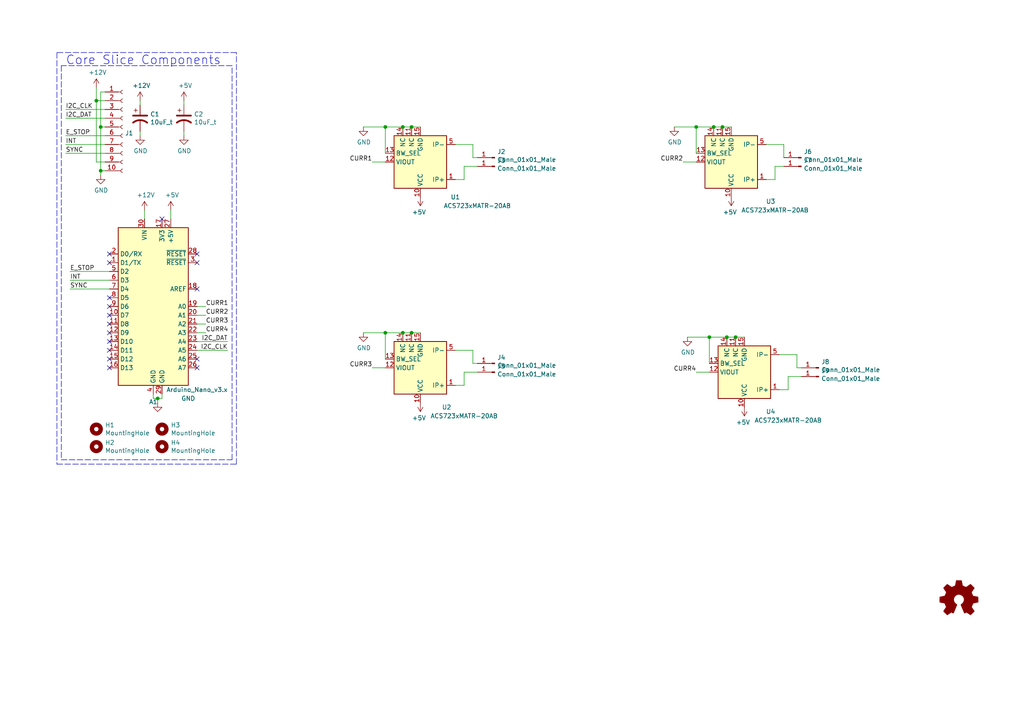
<source format=kicad_sch>
(kicad_sch (version 20211123) (generator eeschema)

  (uuid 55e740a3-0735-4744-896e-2bf5437093b9)

  (paper "A4")

  (lib_symbols
    (symbol "BREAD_Slice-rescue:10uF_t-OCI_UPL_2_Capacitors" (pin_numbers hide) (pin_names (offset 0.254) hide) (in_bom yes) (on_board yes)
      (property "Reference" "C" (id 0) (at 0.635 2.54 0)
        (effects (font (size 1.27 1.27)) (justify left))
      )
      (property "Value" "10uF_t-OCI_UPL_2_Capacitors" (id 1) (at 0.635 -2.54 0)
        (effects (font (size 1.27 1.27)) (justify left))
      )
      (property "Footprint" "OCI_UPL_FOOTPRINTS:C_2312" (id 2) (at 0 -6.35 0)
        (effects (font (size 0.762 0.762)) hide)
      )
      (property "Datasheet" "https://www.digikey.com/short/qcd8n7" (id 3) (at 0 5.08 0)
        (effects (font (size 0.762 0.762)) hide)
      )
      (property "Part #" "T491C106K025AT" (id 4) (at 0 6.35 0)
        (effects (font (size 0.762 0.762)) hide)
      )
      (property "UPL #" "2.021" (id 5) (at 0 -5.08 0)
        (effects (font (size 0.762 0.762)) hide)
      )
      (property "ki_fp_filters" "SMD*_Pol c_elec* C*elec TantalC* Elko* CP*" (id 6) (at 0 0 0)
        (effects (font (size 1.27 1.27)) hide)
      )
      (symbol "10uF_t-OCI_UPL_2_Capacitors_0_1"
        (polyline
          (pts
            (xy -2.032 0.762)
            (xy 2.032 0.762)
          )
          (stroke (width 0.508) (type default) (color 0 0 0 0))
          (fill (type none))
        )
        (polyline
          (pts
            (xy -1.778 2.286)
            (xy -0.762 2.286)
          )
          (stroke (width 0) (type default) (color 0 0 0 0))
          (fill (type none))
        )
        (polyline
          (pts
            (xy -1.27 1.778)
            (xy -1.27 2.794)
          )
          (stroke (width 0) (type default) (color 0 0 0 0))
          (fill (type none))
        )
        (arc (start 2.032 -1.27) (mid 0 -0.5572) (end -2.032 -1.27)
          (stroke (width 0.508) (type default) (color 0 0 0 0))
          (fill (type none))
        )
      )
      (symbol "10uF_t-OCI_UPL_2_Capacitors_1_1"
        (pin passive line (at 0 3.81 270) (length 2.794)
          (name "~" (effects (font (size 1.016 1.016))))
          (number "1" (effects (font (size 1.016 1.016))))
        )
        (pin passive line (at 0 -3.81 90) (length 3.302)
          (name "~" (effects (font (size 1.016 1.016))))
          (number "2" (effects (font (size 1.016 1.016))))
        )
      )
    )
    (symbol "Connector:Conn_01x01_Male" (pin_names (offset 1.016) hide) (in_bom yes) (on_board yes)
      (property "Reference" "J" (id 0) (at 0 2.54 0)
        (effects (font (size 1.27 1.27)))
      )
      (property "Value" "Conn_01x01_Male" (id 1) (at 0 -2.54 0)
        (effects (font (size 1.27 1.27)))
      )
      (property "Footprint" "" (id 2) (at 0 0 0)
        (effects (font (size 1.27 1.27)) hide)
      )
      (property "Datasheet" "~" (id 3) (at 0 0 0)
        (effects (font (size 1.27 1.27)) hide)
      )
      (property "ki_keywords" "connector" (id 4) (at 0 0 0)
        (effects (font (size 1.27 1.27)) hide)
      )
      (property "ki_description" "Generic connector, single row, 01x01, script generated (kicad-library-utils/schlib/autogen/connector/)" (id 5) (at 0 0 0)
        (effects (font (size 1.27 1.27)) hide)
      )
      (property "ki_fp_filters" "Connector*:*" (id 6) (at 0 0 0)
        (effects (font (size 1.27 1.27)) hide)
      )
      (symbol "Conn_01x01_Male_1_1"
        (polyline
          (pts
            (xy 1.27 0)
            (xy 0.8636 0)
          )
          (stroke (width 0.1524) (type default) (color 0 0 0 0))
          (fill (type none))
        )
        (rectangle (start 0.8636 0.127) (end 0 -0.127)
          (stroke (width 0.1524) (type default) (color 0 0 0 0))
          (fill (type outline))
        )
        (pin passive line (at 5.08 0 180) (length 3.81)
          (name "Pin_1" (effects (font (size 1.27 1.27))))
          (number "1" (effects (font (size 1.27 1.27))))
        )
      )
    )
    (symbol "Connector:Conn_01x10_Female" (pin_names (offset 1.016) hide) (in_bom yes) (on_board yes)
      (property "Reference" "J" (id 0) (at 0 12.7 0)
        (effects (font (size 1.27 1.27)))
      )
      (property "Value" "Conn_01x10_Female" (id 1) (at 0 -15.24 0)
        (effects (font (size 1.27 1.27)))
      )
      (property "Footprint" "" (id 2) (at 0 0 0)
        (effects (font (size 1.27 1.27)) hide)
      )
      (property "Datasheet" "~" (id 3) (at 0 0 0)
        (effects (font (size 1.27 1.27)) hide)
      )
      (property "ki_keywords" "connector" (id 4) (at 0 0 0)
        (effects (font (size 1.27 1.27)) hide)
      )
      (property "ki_description" "Generic connector, single row, 01x10, script generated (kicad-library-utils/schlib/autogen/connector/)" (id 5) (at 0 0 0)
        (effects (font (size 1.27 1.27)) hide)
      )
      (property "ki_fp_filters" "Connector*:*_1x??_*" (id 6) (at 0 0 0)
        (effects (font (size 1.27 1.27)) hide)
      )
      (symbol "Conn_01x10_Female_1_1"
        (arc (start 0 -12.192) (mid -0.508 -12.7) (end 0 -13.208)
          (stroke (width 0.1524) (type default) (color 0 0 0 0))
          (fill (type none))
        )
        (arc (start 0 -9.652) (mid -0.508 -10.16) (end 0 -10.668)
          (stroke (width 0.1524) (type default) (color 0 0 0 0))
          (fill (type none))
        )
        (arc (start 0 -7.112) (mid -0.508 -7.62) (end 0 -8.128)
          (stroke (width 0.1524) (type default) (color 0 0 0 0))
          (fill (type none))
        )
        (arc (start 0 -4.572) (mid -0.508 -5.08) (end 0 -5.588)
          (stroke (width 0.1524) (type default) (color 0 0 0 0))
          (fill (type none))
        )
        (arc (start 0 -2.032) (mid -0.508 -2.54) (end 0 -3.048)
          (stroke (width 0.1524) (type default) (color 0 0 0 0))
          (fill (type none))
        )
        (polyline
          (pts
            (xy -1.27 -12.7)
            (xy -0.508 -12.7)
          )
          (stroke (width 0.1524) (type default) (color 0 0 0 0))
          (fill (type none))
        )
        (polyline
          (pts
            (xy -1.27 -10.16)
            (xy -0.508 -10.16)
          )
          (stroke (width 0.1524) (type default) (color 0 0 0 0))
          (fill (type none))
        )
        (polyline
          (pts
            (xy -1.27 -7.62)
            (xy -0.508 -7.62)
          )
          (stroke (width 0.1524) (type default) (color 0 0 0 0))
          (fill (type none))
        )
        (polyline
          (pts
            (xy -1.27 -5.08)
            (xy -0.508 -5.08)
          )
          (stroke (width 0.1524) (type default) (color 0 0 0 0))
          (fill (type none))
        )
        (polyline
          (pts
            (xy -1.27 -2.54)
            (xy -0.508 -2.54)
          )
          (stroke (width 0.1524) (type default) (color 0 0 0 0))
          (fill (type none))
        )
        (polyline
          (pts
            (xy -1.27 0)
            (xy -0.508 0)
          )
          (stroke (width 0.1524) (type default) (color 0 0 0 0))
          (fill (type none))
        )
        (polyline
          (pts
            (xy -1.27 2.54)
            (xy -0.508 2.54)
          )
          (stroke (width 0.1524) (type default) (color 0 0 0 0))
          (fill (type none))
        )
        (polyline
          (pts
            (xy -1.27 5.08)
            (xy -0.508 5.08)
          )
          (stroke (width 0.1524) (type default) (color 0 0 0 0))
          (fill (type none))
        )
        (polyline
          (pts
            (xy -1.27 7.62)
            (xy -0.508 7.62)
          )
          (stroke (width 0.1524) (type default) (color 0 0 0 0))
          (fill (type none))
        )
        (polyline
          (pts
            (xy -1.27 10.16)
            (xy -0.508 10.16)
          )
          (stroke (width 0.1524) (type default) (color 0 0 0 0))
          (fill (type none))
        )
        (arc (start 0 0.508) (mid -0.508 0) (end 0 -0.508)
          (stroke (width 0.1524) (type default) (color 0 0 0 0))
          (fill (type none))
        )
        (arc (start 0 3.048) (mid -0.508 2.54) (end 0 2.032)
          (stroke (width 0.1524) (type default) (color 0 0 0 0))
          (fill (type none))
        )
        (arc (start 0 5.588) (mid -0.508 5.08) (end 0 4.572)
          (stroke (width 0.1524) (type default) (color 0 0 0 0))
          (fill (type none))
        )
        (arc (start 0 8.128) (mid -0.508 7.62) (end 0 7.112)
          (stroke (width 0.1524) (type default) (color 0 0 0 0))
          (fill (type none))
        )
        (arc (start 0 10.668) (mid -0.508 10.16) (end 0 9.652)
          (stroke (width 0.1524) (type default) (color 0 0 0 0))
          (fill (type none))
        )
        (pin passive line (at -5.08 10.16 0) (length 3.81)
          (name "Pin_1" (effects (font (size 1.27 1.27))))
          (number "1" (effects (font (size 1.27 1.27))))
        )
        (pin passive line (at -5.08 -12.7 0) (length 3.81)
          (name "Pin_10" (effects (font (size 1.27 1.27))))
          (number "10" (effects (font (size 1.27 1.27))))
        )
        (pin passive line (at -5.08 7.62 0) (length 3.81)
          (name "Pin_2" (effects (font (size 1.27 1.27))))
          (number "2" (effects (font (size 1.27 1.27))))
        )
        (pin passive line (at -5.08 5.08 0) (length 3.81)
          (name "Pin_3" (effects (font (size 1.27 1.27))))
          (number "3" (effects (font (size 1.27 1.27))))
        )
        (pin passive line (at -5.08 2.54 0) (length 3.81)
          (name "Pin_4" (effects (font (size 1.27 1.27))))
          (number "4" (effects (font (size 1.27 1.27))))
        )
        (pin passive line (at -5.08 0 0) (length 3.81)
          (name "Pin_5" (effects (font (size 1.27 1.27))))
          (number "5" (effects (font (size 1.27 1.27))))
        )
        (pin passive line (at -5.08 -2.54 0) (length 3.81)
          (name "Pin_6" (effects (font (size 1.27 1.27))))
          (number "6" (effects (font (size 1.27 1.27))))
        )
        (pin passive line (at -5.08 -5.08 0) (length 3.81)
          (name "Pin_7" (effects (font (size 1.27 1.27))))
          (number "7" (effects (font (size 1.27 1.27))))
        )
        (pin passive line (at -5.08 -7.62 0) (length 3.81)
          (name "Pin_8" (effects (font (size 1.27 1.27))))
          (number "8" (effects (font (size 1.27 1.27))))
        )
        (pin passive line (at -5.08 -10.16 0) (length 3.81)
          (name "Pin_9" (effects (font (size 1.27 1.27))))
          (number "9" (effects (font (size 1.27 1.27))))
        )
      )
    )
    (symbol "Graphic:Logo_Open_Hardware_Small" (pin_names (offset 1.016)) (in_bom yes) (on_board yes)
      (property "Reference" "#LOGO" (id 0) (at 0 6.985 0)
        (effects (font (size 1.27 1.27)) hide)
      )
      (property "Value" "Logo_Open_Hardware_Small" (id 1) (at 0 -5.715 0)
        (effects (font (size 1.27 1.27)) hide)
      )
      (property "Footprint" "" (id 2) (at 0 0 0)
        (effects (font (size 1.27 1.27)) hide)
      )
      (property "Datasheet" "~" (id 3) (at 0 0 0)
        (effects (font (size 1.27 1.27)) hide)
      )
      (property "ki_keywords" "Logo" (id 4) (at 0 0 0)
        (effects (font (size 1.27 1.27)) hide)
      )
      (property "ki_description" "Open Hardware logo, small" (id 5) (at 0 0 0)
        (effects (font (size 1.27 1.27)) hide)
      )
      (symbol "Logo_Open_Hardware_Small_0_1"
        (polyline
          (pts
            (xy 3.3528 -4.3434)
            (xy 3.302 -4.318)
            (xy 3.175 -4.2418)
            (xy 2.9972 -4.1148)
            (xy 2.7686 -3.9624)
            (xy 2.54 -3.81)
            (xy 2.3622 -3.7084)
            (xy 2.2352 -3.6068)
            (xy 2.1844 -3.5814)
            (xy 2.159 -3.6068)
            (xy 2.0574 -3.6576)
            (xy 1.905 -3.7338)
            (xy 1.8034 -3.7846)
            (xy 1.6764 -3.8354)
            (xy 1.6002 -3.8354)
            (xy 1.6002 -3.8354)
            (xy 1.5494 -3.7338)
            (xy 1.4732 -3.5306)
            (xy 1.3462 -3.302)
            (xy 1.2446 -3.0226)
            (xy 1.1176 -2.7178)
            (xy 0.9652 -2.413)
            (xy 0.8636 -2.1082)
            (xy 0.7366 -1.8288)
            (xy 0.6604 -1.6256)
            (xy 0.6096 -1.4732)
            (xy 0.5842 -1.397)
            (xy 0.5842 -1.397)
            (xy 0.6604 -1.3208)
            (xy 0.7874 -1.2446)
            (xy 1.0414 -1.016)
            (xy 1.2954 -0.6858)
            (xy 1.4478 -0.3302)
            (xy 1.524 0.0762)
            (xy 1.4732 0.4572)
            (xy 1.3208 0.8128)
            (xy 1.0668 1.143)
            (xy 0.762 1.3716)
            (xy 0.4064 1.524)
            (xy 0 1.5748)
            (xy -0.381 1.5494)
            (xy -0.7366 1.397)
            (xy -1.0668 1.143)
            (xy -1.2192 0.9906)
            (xy -1.397 0.6604)
            (xy -1.524 0.3048)
            (xy -1.524 0.2286)
            (xy -1.4986 -0.1778)
            (xy -1.397 -0.5334)
            (xy -1.1938 -0.8636)
            (xy -0.9144 -1.143)
            (xy -0.8636 -1.1684)
            (xy -0.7366 -1.27)
            (xy -0.635 -1.3462)
            (xy -0.5842 -1.397)
            (xy -1.0668 -2.5908)
            (xy -1.143 -2.794)
            (xy -1.2954 -3.1242)
            (xy -1.397 -3.4036)
            (xy -1.4986 -3.6322)
            (xy -1.5748 -3.7846)
            (xy -1.6002 -3.8354)
            (xy -1.6002 -3.8354)
            (xy -1.651 -3.8354)
            (xy -1.7272 -3.81)
            (xy -1.905 -3.7338)
            (xy -2.0066 -3.683)
            (xy -2.1336 -3.6068)
            (xy -2.2098 -3.5814)
            (xy -2.2606 -3.6068)
            (xy -2.3622 -3.683)
            (xy -2.54 -3.81)
            (xy -2.7686 -3.9624)
            (xy -2.9718 -4.0894)
            (xy -3.1496 -4.2164)
            (xy -3.302 -4.318)
            (xy -3.3528 -4.3434)
            (xy -3.3782 -4.3434)
            (xy -3.429 -4.318)
            (xy -3.5306 -4.2164)
            (xy -3.7084 -4.064)
            (xy -3.937 -3.8354)
            (xy -3.9624 -3.81)
            (xy -4.1656 -3.6068)
            (xy -4.318 -3.4544)
            (xy -4.4196 -3.3274)
            (xy -4.445 -3.2766)
            (xy -4.445 -3.2766)
            (xy -4.4196 -3.2258)
            (xy -4.318 -3.0734)
            (xy -4.2164 -2.8956)
            (xy -4.064 -2.667)
            (xy -3.6576 -2.0828)
            (xy -3.8862 -1.5494)
            (xy -3.937 -1.3716)
            (xy -4.0386 -1.1684)
            (xy -4.0894 -1.0414)
            (xy -4.1148 -0.9652)
            (xy -4.191 -0.9398)
            (xy -4.318 -0.9144)
            (xy -4.5466 -0.8636)
            (xy -4.8006 -0.8128)
            (xy -5.0546 -0.7874)
            (xy -5.2578 -0.7366)
            (xy -5.4356 -0.7112)
            (xy -5.5118 -0.6858)
            (xy -5.5118 -0.6858)
            (xy -5.5372 -0.635)
            (xy -5.5372 -0.5588)
            (xy -5.5372 -0.4318)
            (xy -5.5626 -0.2286)
            (xy -5.5626 0.0762)
            (xy -5.5626 0.127)
            (xy -5.5372 0.4064)
            (xy -5.5372 0.635)
            (xy -5.5372 0.762)
            (xy -5.5372 0.8382)
            (xy -5.5372 0.8382)
            (xy -5.461 0.8382)
            (xy -5.3086 0.889)
            (xy -5.08 0.9144)
            (xy -4.826 0.9652)
            (xy -4.8006 0.9906)
            (xy -4.5466 1.0414)
            (xy -4.318 1.0668)
            (xy -4.1656 1.1176)
            (xy -4.0894 1.143)
            (xy -4.0894 1.143)
            (xy -4.0386 1.2446)
            (xy -3.9624 1.4224)
            (xy -3.8608 1.6256)
            (xy -3.7846 1.8288)
            (xy -3.7084 2.0066)
            (xy -3.6576 2.159)
            (xy -3.6322 2.2098)
            (xy -3.6322 2.2098)
            (xy -3.683 2.286)
            (xy -3.7592 2.413)
            (xy -3.8862 2.5908)
            (xy -4.064 2.8194)
            (xy -4.064 2.8448)
            (xy -4.2164 3.0734)
            (xy -4.3434 3.2512)
            (xy -4.4196 3.3782)
            (xy -4.445 3.4544)
            (xy -4.445 3.4544)
            (xy -4.3942 3.5052)
            (xy -4.2926 3.6322)
            (xy -4.1148 3.81)
            (xy -3.937 4.0132)
            (xy -3.8608 4.064)
            (xy -3.6576 4.2926)
            (xy -3.5052 4.4196)
            (xy -3.4036 4.4958)
            (xy -3.3528 4.5212)
            (xy -3.3528 4.5212)
            (xy -3.302 4.4704)
            (xy -3.1496 4.3688)
            (xy -2.9718 4.2418)
            (xy -2.7432 4.0894)
            (xy -2.7178 4.0894)
            (xy -2.4892 3.937)
            (xy -2.3114 3.81)
            (xy -2.1844 3.7084)
            (xy -2.1336 3.683)
            (xy -2.1082 3.683)
            (xy -2.032 3.7084)
            (xy -1.8542 3.7592)
            (xy -1.6764 3.8354)
            (xy -1.4732 3.937)
            (xy -1.27 4.0132)
            (xy -1.143 4.064)
            (xy -1.0668 4.1148)
            (xy -1.0668 4.1148)
            (xy -1.0414 4.191)
            (xy -1.016 4.3434)
            (xy -0.9652 4.572)
            (xy -0.9144 4.8514)
            (xy -0.889 4.9022)
            (xy -0.8382 5.1562)
            (xy -0.8128 5.3848)
            (xy -0.7874 5.5372)
            (xy -0.762 5.588)
            (xy -0.7112 5.6134)
            (xy -0.5842 5.6134)
            (xy -0.4064 5.6134)
            (xy -0.1524 5.6134)
            (xy 0.0762 5.6134)
            (xy 0.3302 5.6134)
            (xy 0.5334 5.6134)
            (xy 0.6858 5.588)
            (xy 0.7366 5.588)
            (xy 0.7366 5.588)
            (xy 0.762 5.5118)
            (xy 0.8128 5.334)
            (xy 0.8382 5.1054)
            (xy 0.9144 4.826)
            (xy 0.9144 4.7752)
            (xy 0.9652 4.5212)
            (xy 1.016 4.2926)
            (xy 1.0414 4.1402)
            (xy 1.0668 4.0894)
            (xy 1.0668 4.0894)
            (xy 1.1938 4.0386)
            (xy 1.3716 3.9624)
            (xy 1.5748 3.8608)
            (xy 2.0828 3.6576)
            (xy 2.7178 4.0894)
            (xy 2.7686 4.1402)
            (xy 2.9972 4.2926)
            (xy 3.175 4.4196)
            (xy 3.302 4.4958)
            (xy 3.3782 4.5212)
            (xy 3.3782 4.5212)
            (xy 3.429 4.4704)
            (xy 3.556 4.3434)
            (xy 3.7338 4.191)
            (xy 3.9116 3.9878)
            (xy 4.064 3.8354)
            (xy 4.2418 3.6576)
            (xy 4.3434 3.556)
            (xy 4.4196 3.4798)
            (xy 4.4196 3.429)
            (xy 4.4196 3.4036)
            (xy 4.3942 3.3274)
            (xy 4.2926 3.2004)
            (xy 4.1656 2.9972)
            (xy 4.0132 2.794)
            (xy 3.8862 2.5908)
            (xy 3.7592 2.3876)
            (xy 3.6576 2.2352)
            (xy 3.6322 2.159)
            (xy 3.6322 2.1336)
            (xy 3.683 2.0066)
            (xy 3.7592 1.8288)
            (xy 3.8608 1.6002)
            (xy 4.064 1.1176)
            (xy 4.3942 1.0414)
            (xy 4.5974 1.016)
            (xy 4.8768 0.9652)
            (xy 5.1308 0.9144)
            (xy 5.5372 0.8382)
            (xy 5.5626 -0.6604)
            (xy 5.4864 -0.6858)
            (xy 5.4356 -0.6858)
            (xy 5.2832 -0.7366)
            (xy 5.0546 -0.762)
            (xy 4.8006 -0.8128)
            (xy 4.5974 -0.8636)
            (xy 4.3688 -0.9144)
            (xy 4.2164 -0.9398)
            (xy 4.1402 -0.9398)
            (xy 4.1148 -0.9652)
            (xy 4.064 -1.0668)
            (xy 3.9878 -1.2446)
            (xy 3.9116 -1.4478)
            (xy 3.81 -1.651)
            (xy 3.7338 -1.8542)
            (xy 3.683 -2.0066)
            (xy 3.6576 -2.0828)
            (xy 3.683 -2.1336)
            (xy 3.7846 -2.2606)
            (xy 3.8862 -2.4638)
            (xy 4.0386 -2.667)
            (xy 4.191 -2.8956)
            (xy 4.318 -3.0734)
            (xy 4.3942 -3.2004)
            (xy 4.445 -3.2766)
            (xy 4.4196 -3.3274)
            (xy 4.3434 -3.429)
            (xy 4.1656 -3.5814)
            (xy 3.937 -3.8354)
            (xy 3.8862 -3.8608)
            (xy 3.683 -4.064)
            (xy 3.5306 -4.2164)
            (xy 3.4036 -4.318)
            (xy 3.3528 -4.3434)
          )
          (stroke (width 0) (type default) (color 0 0 0 0))
          (fill (type outline))
        )
      )
    )
    (symbol "MCU_Module:Arduino_Nano_v3.x" (in_bom yes) (on_board yes)
      (property "Reference" "A" (id 0) (at -10.16 23.495 0)
        (effects (font (size 1.27 1.27)) (justify left bottom))
      )
      (property "Value" "Arduino_Nano_v3.x" (id 1) (at 5.08 -24.13 0)
        (effects (font (size 1.27 1.27)) (justify left top))
      )
      (property "Footprint" "Module:Arduino_Nano" (id 2) (at 0 0 0)
        (effects (font (size 1.27 1.27) italic) hide)
      )
      (property "Datasheet" "http://www.mouser.com/pdfdocs/Gravitech_Arduino_Nano3_0.pdf" (id 3) (at 0 0 0)
        (effects (font (size 1.27 1.27)) hide)
      )
      (property "ki_keywords" "Arduino nano microcontroller module USB" (id 4) (at 0 0 0)
        (effects (font (size 1.27 1.27)) hide)
      )
      (property "ki_description" "Arduino Nano v3.x" (id 5) (at 0 0 0)
        (effects (font (size 1.27 1.27)) hide)
      )
      (property "ki_fp_filters" "Arduino*Nano*" (id 6) (at 0 0 0)
        (effects (font (size 1.27 1.27)) hide)
      )
      (symbol "Arduino_Nano_v3.x_0_1"
        (rectangle (start -10.16 22.86) (end 10.16 -22.86)
          (stroke (width 0.254) (type default) (color 0 0 0 0))
          (fill (type background))
        )
      )
      (symbol "Arduino_Nano_v3.x_1_1"
        (pin bidirectional line (at -12.7 12.7 0) (length 2.54)
          (name "D1/TX" (effects (font (size 1.27 1.27))))
          (number "1" (effects (font (size 1.27 1.27))))
        )
        (pin bidirectional line (at -12.7 -2.54 0) (length 2.54)
          (name "D7" (effects (font (size 1.27 1.27))))
          (number "10" (effects (font (size 1.27 1.27))))
        )
        (pin bidirectional line (at -12.7 -5.08 0) (length 2.54)
          (name "D8" (effects (font (size 1.27 1.27))))
          (number "11" (effects (font (size 1.27 1.27))))
        )
        (pin bidirectional line (at -12.7 -7.62 0) (length 2.54)
          (name "D9" (effects (font (size 1.27 1.27))))
          (number "12" (effects (font (size 1.27 1.27))))
        )
        (pin bidirectional line (at -12.7 -10.16 0) (length 2.54)
          (name "D10" (effects (font (size 1.27 1.27))))
          (number "13" (effects (font (size 1.27 1.27))))
        )
        (pin bidirectional line (at -12.7 -12.7 0) (length 2.54)
          (name "D11" (effects (font (size 1.27 1.27))))
          (number "14" (effects (font (size 1.27 1.27))))
        )
        (pin bidirectional line (at -12.7 -15.24 0) (length 2.54)
          (name "D12" (effects (font (size 1.27 1.27))))
          (number "15" (effects (font (size 1.27 1.27))))
        )
        (pin bidirectional line (at -12.7 -17.78 0) (length 2.54)
          (name "D13" (effects (font (size 1.27 1.27))))
          (number "16" (effects (font (size 1.27 1.27))))
        )
        (pin power_out line (at 2.54 25.4 270) (length 2.54)
          (name "3V3" (effects (font (size 1.27 1.27))))
          (number "17" (effects (font (size 1.27 1.27))))
        )
        (pin input line (at 12.7 5.08 180) (length 2.54)
          (name "AREF" (effects (font (size 1.27 1.27))))
          (number "18" (effects (font (size 1.27 1.27))))
        )
        (pin bidirectional line (at 12.7 0 180) (length 2.54)
          (name "A0" (effects (font (size 1.27 1.27))))
          (number "19" (effects (font (size 1.27 1.27))))
        )
        (pin bidirectional line (at -12.7 15.24 0) (length 2.54)
          (name "D0/RX" (effects (font (size 1.27 1.27))))
          (number "2" (effects (font (size 1.27 1.27))))
        )
        (pin bidirectional line (at 12.7 -2.54 180) (length 2.54)
          (name "A1" (effects (font (size 1.27 1.27))))
          (number "20" (effects (font (size 1.27 1.27))))
        )
        (pin bidirectional line (at 12.7 -5.08 180) (length 2.54)
          (name "A2" (effects (font (size 1.27 1.27))))
          (number "21" (effects (font (size 1.27 1.27))))
        )
        (pin bidirectional line (at 12.7 -7.62 180) (length 2.54)
          (name "A3" (effects (font (size 1.27 1.27))))
          (number "22" (effects (font (size 1.27 1.27))))
        )
        (pin bidirectional line (at 12.7 -10.16 180) (length 2.54)
          (name "A4" (effects (font (size 1.27 1.27))))
          (number "23" (effects (font (size 1.27 1.27))))
        )
        (pin bidirectional line (at 12.7 -12.7 180) (length 2.54)
          (name "A5" (effects (font (size 1.27 1.27))))
          (number "24" (effects (font (size 1.27 1.27))))
        )
        (pin bidirectional line (at 12.7 -15.24 180) (length 2.54)
          (name "A6" (effects (font (size 1.27 1.27))))
          (number "25" (effects (font (size 1.27 1.27))))
        )
        (pin bidirectional line (at 12.7 -17.78 180) (length 2.54)
          (name "A7" (effects (font (size 1.27 1.27))))
          (number "26" (effects (font (size 1.27 1.27))))
        )
        (pin power_out line (at 5.08 25.4 270) (length 2.54)
          (name "+5V" (effects (font (size 1.27 1.27))))
          (number "27" (effects (font (size 1.27 1.27))))
        )
        (pin input line (at 12.7 15.24 180) (length 2.54)
          (name "~{RESET}" (effects (font (size 1.27 1.27))))
          (number "28" (effects (font (size 1.27 1.27))))
        )
        (pin power_in line (at 2.54 -25.4 90) (length 2.54)
          (name "GND" (effects (font (size 1.27 1.27))))
          (number "29" (effects (font (size 1.27 1.27))))
        )
        (pin input line (at 12.7 12.7 180) (length 2.54)
          (name "~{RESET}" (effects (font (size 1.27 1.27))))
          (number "3" (effects (font (size 1.27 1.27))))
        )
        (pin power_in line (at -2.54 25.4 270) (length 2.54)
          (name "VIN" (effects (font (size 1.27 1.27))))
          (number "30" (effects (font (size 1.27 1.27))))
        )
        (pin power_in line (at 0 -25.4 90) (length 2.54)
          (name "GND" (effects (font (size 1.27 1.27))))
          (number "4" (effects (font (size 1.27 1.27))))
        )
        (pin bidirectional line (at -12.7 10.16 0) (length 2.54)
          (name "D2" (effects (font (size 1.27 1.27))))
          (number "5" (effects (font (size 1.27 1.27))))
        )
        (pin bidirectional line (at -12.7 7.62 0) (length 2.54)
          (name "D3" (effects (font (size 1.27 1.27))))
          (number "6" (effects (font (size 1.27 1.27))))
        )
        (pin bidirectional line (at -12.7 5.08 0) (length 2.54)
          (name "D4" (effects (font (size 1.27 1.27))))
          (number "7" (effects (font (size 1.27 1.27))))
        )
        (pin bidirectional line (at -12.7 2.54 0) (length 2.54)
          (name "D5" (effects (font (size 1.27 1.27))))
          (number "8" (effects (font (size 1.27 1.27))))
        )
        (pin bidirectional line (at -12.7 0 0) (length 2.54)
          (name "D6" (effects (font (size 1.27 1.27))))
          (number "9" (effects (font (size 1.27 1.27))))
        )
      )
    )
    (symbol "Mechanical:MountingHole" (pin_names (offset 1.016)) (in_bom yes) (on_board yes)
      (property "Reference" "H" (id 0) (at 0 5.08 0)
        (effects (font (size 1.27 1.27)))
      )
      (property "Value" "MountingHole" (id 1) (at 0 3.175 0)
        (effects (font (size 1.27 1.27)))
      )
      (property "Footprint" "" (id 2) (at 0 0 0)
        (effects (font (size 1.27 1.27)) hide)
      )
      (property "Datasheet" "~" (id 3) (at 0 0 0)
        (effects (font (size 1.27 1.27)) hide)
      )
      (property "ki_keywords" "mounting hole" (id 4) (at 0 0 0)
        (effects (font (size 1.27 1.27)) hide)
      )
      (property "ki_description" "Mounting Hole without connection" (id 5) (at 0 0 0)
        (effects (font (size 1.27 1.27)) hide)
      )
      (property "ki_fp_filters" "MountingHole*" (id 6) (at 0 0 0)
        (effects (font (size 1.27 1.27)) hide)
      )
      (symbol "MountingHole_0_1"
        (circle (center 0 0) (radius 1.27)
          (stroke (width 1.27) (type default) (color 0 0 0 0))
          (fill (type none))
        )
      )
    )
    (symbol "Sensor_Current:ACS723xMATR-20AB" (in_bom yes) (on_board yes)
      (property "Reference" "U" (id 0) (at 8.89 6.35 0)
        (effects (font (size 1.27 1.27)) (justify left))
      )
      (property "Value" "ACS723xMATR-20AB" (id 1) (at 8.89 3.81 0)
        (effects (font (size 1.27 1.27)) (justify left))
      )
      (property "Footprint" "Package_SO:SOIC-16W_7.5x10.3mm_P1.27mm" (id 2) (at 8.89 -1.27 0)
        (effects (font (size 1.27 1.27) italic) (justify left) hide)
      )
      (property "Datasheet" "http://www.allegromicro.com/~/media/Files/Datasheets/ACS723KMA-Datasheet.ashx?la=en" (id 3) (at 0 0 0)
        (effects (font (size 1.27 1.27)) hide)
      )
      (property "ki_keywords" "hall effect current monitor sensor isolated" (id 4) (at 0 0 0)
        (effects (font (size 1.27 1.27)) hide)
      )
      (property "ki_description" "±20A Bidirectional Hall-Effect Current Sensor, +5.0V supply, 100mV/A, SOIC-16" (id 5) (at 0 0 0)
        (effects (font (size 1.27 1.27)) hide)
      )
      (property "ki_fp_filters" "SOIC*7.5x10.3mm*P1.27mm*" (id 6) (at 0 0 0)
        (effects (font (size 1.27 1.27)) hide)
      )
      (symbol "ACS723xMATR-20AB_0_1"
        (rectangle (start -7.62 7.62) (end 7.62 -7.62)
          (stroke (width 0.254) (type default) (color 0 0 0 0))
          (fill (type background))
        )
      )
      (symbol "ACS723xMATR-20AB_1_1"
        (pin passive line (at -10.16 5.08 0) (length 2.54)
          (name "IP+" (effects (font (size 1.27 1.27))))
          (number "1" (effects (font (size 1.27 1.27))))
        )
        (pin power_in line (at 0 10.16 270) (length 2.54)
          (name "VCC" (effects (font (size 1.27 1.27))))
          (number "10" (effects (font (size 1.27 1.27))))
        )
        (pin passive line (at 2.54 -10.16 90) (length 2.54)
          (name "NC" (effects (font (size 1.27 1.27))))
          (number "11" (effects (font (size 1.27 1.27))))
        )
        (pin output line (at 10.16 0 180) (length 2.54)
          (name "VIOUT" (effects (font (size 1.27 1.27))))
          (number "12" (effects (font (size 1.27 1.27))))
        )
        (pin input line (at 10.16 -2.54 180) (length 2.54)
          (name "BW_SEL" (effects (font (size 1.27 1.27))))
          (number "13" (effects (font (size 1.27 1.27))))
        )
        (pin passive line (at 5.08 -10.16 90) (length 2.54)
          (name "NC" (effects (font (size 1.27 1.27))))
          (number "14" (effects (font (size 1.27 1.27))))
        )
        (pin power_in line (at 0 -10.16 90) (length 2.54)
          (name "GND" (effects (font (size 1.27 1.27))))
          (number "15" (effects (font (size 1.27 1.27))))
        )
        (pin no_connect line (at 7.62 2.54 180) (length 2.54) hide
          (name "NC" (effects (font (size 1.27 1.27))))
          (number "16" (effects (font (size 1.27 1.27))))
        )
        (pin passive line (at -10.16 5.08 0) (length 2.54) hide
          (name "IP+" (effects (font (size 1.27 1.27))))
          (number "2" (effects (font (size 1.27 1.27))))
        )
        (pin passive line (at -10.16 5.08 0) (length 2.54) hide
          (name "IP+" (effects (font (size 1.27 1.27))))
          (number "3" (effects (font (size 1.27 1.27))))
        )
        (pin passive line (at -10.16 5.08 0) (length 2.54) hide
          (name "IP+" (effects (font (size 1.27 1.27))))
          (number "4" (effects (font (size 1.27 1.27))))
        )
        (pin passive line (at -10.16 -5.08 0) (length 2.54)
          (name "IP-" (effects (font (size 1.27 1.27))))
          (number "5" (effects (font (size 1.27 1.27))))
        )
        (pin passive line (at -10.16 -5.08 0) (length 2.54) hide
          (name "IP-" (effects (font (size 1.27 1.27))))
          (number "6" (effects (font (size 1.27 1.27))))
        )
        (pin passive line (at -10.16 -5.08 0) (length 2.54) hide
          (name "IP-" (effects (font (size 1.27 1.27))))
          (number "7" (effects (font (size 1.27 1.27))))
        )
        (pin passive line (at -10.16 -5.08 0) (length 2.54) hide
          (name "IP-" (effects (font (size 1.27 1.27))))
          (number "8" (effects (font (size 1.27 1.27))))
        )
        (pin no_connect line (at 7.62 5.08 180) (length 2.54) hide
          (name "NC" (effects (font (size 1.27 1.27))))
          (number "9" (effects (font (size 1.27 1.27))))
        )
      )
    )
    (symbol "power:+12V" (power) (pin_names (offset 0)) (in_bom yes) (on_board yes)
      (property "Reference" "#PWR" (id 0) (at 0 -3.81 0)
        (effects (font (size 1.27 1.27)) hide)
      )
      (property "Value" "+12V" (id 1) (at 0 3.556 0)
        (effects (font (size 1.27 1.27)))
      )
      (property "Footprint" "" (id 2) (at 0 0 0)
        (effects (font (size 1.27 1.27)) hide)
      )
      (property "Datasheet" "" (id 3) (at 0 0 0)
        (effects (font (size 1.27 1.27)) hide)
      )
      (property "ki_keywords" "global power" (id 4) (at 0 0 0)
        (effects (font (size 1.27 1.27)) hide)
      )
      (property "ki_description" "Power symbol creates a global label with name \"+12V\"" (id 5) (at 0 0 0)
        (effects (font (size 1.27 1.27)) hide)
      )
      (symbol "+12V_0_1"
        (polyline
          (pts
            (xy -0.762 1.27)
            (xy 0 2.54)
          )
          (stroke (width 0) (type default) (color 0 0 0 0))
          (fill (type none))
        )
        (polyline
          (pts
            (xy 0 0)
            (xy 0 2.54)
          )
          (stroke (width 0) (type default) (color 0 0 0 0))
          (fill (type none))
        )
        (polyline
          (pts
            (xy 0 2.54)
            (xy 0.762 1.27)
          )
          (stroke (width 0) (type default) (color 0 0 0 0))
          (fill (type none))
        )
      )
      (symbol "+12V_1_1"
        (pin power_in line (at 0 0 90) (length 0) hide
          (name "+12V" (effects (font (size 1.27 1.27))))
          (number "1" (effects (font (size 1.27 1.27))))
        )
      )
    )
    (symbol "power:+5V" (power) (pin_names (offset 0)) (in_bom yes) (on_board yes)
      (property "Reference" "#PWR" (id 0) (at 0 -3.81 0)
        (effects (font (size 1.27 1.27)) hide)
      )
      (property "Value" "+5V" (id 1) (at 0 3.556 0)
        (effects (font (size 1.27 1.27)))
      )
      (property "Footprint" "" (id 2) (at 0 0 0)
        (effects (font (size 1.27 1.27)) hide)
      )
      (property "Datasheet" "" (id 3) (at 0 0 0)
        (effects (font (size 1.27 1.27)) hide)
      )
      (property "ki_keywords" "global power" (id 4) (at 0 0 0)
        (effects (font (size 1.27 1.27)) hide)
      )
      (property "ki_description" "Power symbol creates a global label with name \"+5V\"" (id 5) (at 0 0 0)
        (effects (font (size 1.27 1.27)) hide)
      )
      (symbol "+5V_0_1"
        (polyline
          (pts
            (xy -0.762 1.27)
            (xy 0 2.54)
          )
          (stroke (width 0) (type default) (color 0 0 0 0))
          (fill (type none))
        )
        (polyline
          (pts
            (xy 0 0)
            (xy 0 2.54)
          )
          (stroke (width 0) (type default) (color 0 0 0 0))
          (fill (type none))
        )
        (polyline
          (pts
            (xy 0 2.54)
            (xy 0.762 1.27)
          )
          (stroke (width 0) (type default) (color 0 0 0 0))
          (fill (type none))
        )
      )
      (symbol "+5V_1_1"
        (pin power_in line (at 0 0 90) (length 0) hide
          (name "+5V" (effects (font (size 1.27 1.27))))
          (number "1" (effects (font (size 1.27 1.27))))
        )
      )
    )
    (symbol "power:GND" (power) (pin_names (offset 0)) (in_bom yes) (on_board yes)
      (property "Reference" "#PWR" (id 0) (at 0 -6.35 0)
        (effects (font (size 1.27 1.27)) hide)
      )
      (property "Value" "GND" (id 1) (at 0 -3.81 0)
        (effects (font (size 1.27 1.27)))
      )
      (property "Footprint" "" (id 2) (at 0 0 0)
        (effects (font (size 1.27 1.27)) hide)
      )
      (property "Datasheet" "" (id 3) (at 0 0 0)
        (effects (font (size 1.27 1.27)) hide)
      )
      (property "ki_keywords" "global power" (id 4) (at 0 0 0)
        (effects (font (size 1.27 1.27)) hide)
      )
      (property "ki_description" "Power symbol creates a global label with name \"GND\" , ground" (id 5) (at 0 0 0)
        (effects (font (size 1.27 1.27)) hide)
      )
      (symbol "GND_0_1"
        (polyline
          (pts
            (xy 0 0)
            (xy 0 -1.27)
            (xy 1.27 -1.27)
            (xy 0 -2.54)
            (xy -1.27 -1.27)
            (xy 0 -1.27)
          )
          (stroke (width 0) (type default) (color 0 0 0 0))
          (fill (type none))
        )
      )
      (symbol "GND_1_1"
        (pin power_in line (at 0 0 270) (length 0) hide
          (name "GND" (effects (font (size 1.27 1.27))))
          (number "1" (effects (font (size 1.27 1.27))))
        )
      )
    )
  )

  (junction (at 209.55 36.83) (diameter 0) (color 0 0 0 0)
    (uuid 0325ec43-0390-4ae2-b055-b1ec6ce17b1c)
  )
  (junction (at 205.74 97.79) (diameter 0) (color 0 0 0 0)
    (uuid 34a74736-156e-4bf3-9200-cd137cfa59da)
  )
  (junction (at 111.76 96.52) (diameter 0) (color 0 0 0 0)
    (uuid 37e8181c-a81e-498b-b2e2-0aef0c391059)
  )
  (junction (at 29.21 49.53) (diameter 0) (color 0 0 0 0)
    (uuid 3a7648d8-121a-4921-9b92-9b35b76ce39b)
  )
  (junction (at 119.38 36.83) (diameter 0) (color 0 0 0 0)
    (uuid 5cf2db29-f7ab-499a-9907-cdeba64bf0f3)
  )
  (junction (at 119.38 96.52) (diameter 0) (color 0 0 0 0)
    (uuid 5edcefbe-9766-42c8-9529-28d0ec865573)
  )
  (junction (at 201.93 36.83) (diameter 0) (color 0 0 0 0)
    (uuid 6c2d26bc-6eca-436c-8025-79f817bf57d6)
  )
  (junction (at 116.84 96.52) (diameter 0) (color 0 0 0 0)
    (uuid 721d1be9-236e-470b-ba69-f1cc6c43faf9)
  )
  (junction (at 207.01 36.83) (diameter 0) (color 0 0 0 0)
    (uuid 7b044939-8c4d-444f-b9e0-a15fcdeb5a86)
  )
  (junction (at 45.72 115.57) (diameter 0) (color 0 0 0 0)
    (uuid 87371631-aa02-498a-998a-09bdb74784c1)
  )
  (junction (at 210.82 97.79) (diameter 0) (color 0 0 0 0)
    (uuid 89e83c2e-e90a-4a50-b278-880bac0cfb49)
  )
  (junction (at 111.76 36.83) (diameter 0) (color 0 0 0 0)
    (uuid 8a650ebf-3f78-4ca4-a26b-a5028693e36d)
  )
  (junction (at 27.94 29.21) (diameter 0) (color 0 0 0 0)
    (uuid 8c6a821f-8e19-48f3-8f44-9b340f7689bc)
  )
  (junction (at 29.21 36.83) (diameter 0) (color 0 0 0 0)
    (uuid a544eb0a-75db-4baf-bf54-9ca21744343b)
  )
  (junction (at 213.36 97.79) (diameter 0) (color 0 0 0 0)
    (uuid a5e521b9-814e-4853-a5ac-f158785c6269)
  )
  (junction (at 116.84 36.83) (diameter 0) (color 0 0 0 0)
    (uuid feb26ecb-9193-46ea-a41b-d09305bf0a3e)
  )

  (no_connect (at 31.75 76.2) (uuid 127679a9-3981-4934-815e-896a4e3ff56e))
  (no_connect (at 31.75 88.9) (uuid 15fe8f3d-6077-4e0e-81d0-8ec3f4538981))
  (no_connect (at 46.99 63.5) (uuid 181abe7a-f941-42b6-bd46-aaa3131f90fb))
  (no_connect (at 57.15 106.68) (uuid 20c315f4-1e4f-49aa-8d61-778a7389df7e))
  (no_connect (at 31.75 73.66) (uuid 716e31c5-485f-40b5-88e3-a75900da9811))
  (no_connect (at 57.15 104.14) (uuid 7a4ce4b3-518a-4819-b8b2-5127b3347c64))
  (no_connect (at 31.75 91.44) (uuid 814763c2-92e5-4a2c-941c-9bbd073f6e87))
  (no_connect (at 31.75 96.52) (uuid 82be7aae-5d06-4178-8c3e-98760c41b054))
  (no_connect (at 57.15 83.82) (uuid 9340c285-5767-42d5-8b6d-63fe2a40ddf3))
  (no_connect (at 31.75 104.14) (uuid a6b7df29-bcf8-46a9-b623-7eaac47f5110))
  (no_connect (at 31.75 106.68) (uuid a9b3f6e4-7a6d-4ae8-ad28-3d8458e0ca1a))
  (no_connect (at 57.15 76.2) (uuid c41b3c8b-634e-435a-b582-96b83bbd4032))
  (no_connect (at 57.15 73.66) (uuid ce83728b-bebd-48c2-8734-b6a50d837931))
  (no_connect (at 31.75 101.6) (uuid d9c6d5d2-0b49-49ba-a970-cd2c32f74c54))
  (no_connect (at 31.75 99.06) (uuid e1535036-5d36-405f-bb86-3819621c4f23))
  (no_connect (at 31.75 86.36) (uuid e40e8cef-4fb0-4fc3-be09-3875b2cc8469))
  (no_connect (at 31.75 93.98) (uuid e65b62be-e01b-4688-a999-1d1be370c4ae))

  (wire (pts (xy 209.55 36.83) (xy 212.09 36.83))
    (stroke (width 0) (type default) (color 0 0 0 0))
    (uuid 057af6bb-cf6f-4bfb-b0c0-2e92a2c09a47)
  )
  (wire (pts (xy 111.76 106.68) (xy 107.95 106.68))
    (stroke (width 0) (type default) (color 0 0 0 0))
    (uuid 097edb1b-8998-4e70-b670-bba125982348)
  )
  (wire (pts (xy 134.62 111.76) (xy 132.08 111.76))
    (stroke (width 0) (type default) (color 0 0 0 0))
    (uuid 0e1ed1c5-7428-4dc7-b76e-49b2d5f8177d)
  )
  (wire (pts (xy 57.15 101.6) (xy 66.04 101.6))
    (stroke (width 0) (type default) (color 0 0 0 0))
    (uuid 0eaa98f0-9565-4637-ace3-42a5231b07f7)
  )
  (wire (pts (xy 20.32 81.28) (xy 31.75 81.28))
    (stroke (width 0) (type default) (color 0 0 0 0))
    (uuid 0f22151c-f260-4674-b486-4710a2c42a55)
  )
  (wire (pts (xy 53.34 39.37) (xy 53.34 38.1))
    (stroke (width 0) (type default) (color 0 0 0 0))
    (uuid 13c0ff76-ed71-4cd9-abb0-92c376825d5d)
  )
  (wire (pts (xy 224.79 48.26) (xy 224.79 52.07))
    (stroke (width 0) (type default) (color 0 0 0 0))
    (uuid 14769dc5-8525-4984-8b15-a734ee247efa)
  )
  (wire (pts (xy 138.43 105.41) (xy 137.16 105.41))
    (stroke (width 0) (type default) (color 0 0 0 0))
    (uuid 14c51520-6d91-4098-a59a-5121f2a898f7)
  )
  (wire (pts (xy 137.16 45.72) (xy 137.16 41.91))
    (stroke (width 0) (type default) (color 0 0 0 0))
    (uuid 16a9ae8c-3ad2-439b-8efe-377c994670c7)
  )
  (wire (pts (xy 201.93 36.83) (xy 207.01 36.83))
    (stroke (width 0) (type default) (color 0 0 0 0))
    (uuid 173f6f06-e7d0-42ac-ab03-ce6b79b9eeee)
  )
  (wire (pts (xy 224.79 52.07) (xy 222.25 52.07))
    (stroke (width 0) (type default) (color 0 0 0 0))
    (uuid 19c56563-5fe3-442a-885b-418dbc2421eb)
  )
  (wire (pts (xy 29.21 36.83) (xy 29.21 26.67))
    (stroke (width 0) (type default) (color 0 0 0 0))
    (uuid 1a6d2848-e78e-49fe-8978-e1890f07836f)
  )
  (wire (pts (xy 30.48 49.53) (xy 29.21 49.53))
    (stroke (width 0) (type default) (color 0 0 0 0))
    (uuid 1d9cdadc-9036-4a95-b6db-fa7b3b74c869)
  )
  (wire (pts (xy 44.45 115.57) (xy 45.72 115.57))
    (stroke (width 0) (type default) (color 0 0 0 0))
    (uuid 1e1b062d-fad0-427c-a622-c5b8a80b5268)
  )
  (wire (pts (xy 227.33 45.72) (xy 227.33 41.91))
    (stroke (width 0) (type default) (color 0 0 0 0))
    (uuid 21ae9c3a-7138-444e-be38-56a4842ab594)
  )
  (wire (pts (xy 27.94 25.4) (xy 27.94 29.21))
    (stroke (width 0) (type default) (color 0 0 0 0))
    (uuid 24f7628d-681d-4f0e-8409-40a129e929d9)
  )
  (wire (pts (xy 213.36 97.79) (xy 215.9 97.79))
    (stroke (width 0) (type default) (color 0 0 0 0))
    (uuid 262f1ea9-0133-4b43-be36-456207ea857c)
  )
  (wire (pts (xy 119.38 36.83) (xy 116.84 36.83))
    (stroke (width 0) (type default) (color 0 0 0 0))
    (uuid 29e058a7-50a3-43e5-81c3-bfee53da08be)
  )
  (wire (pts (xy 137.16 105.41) (xy 137.16 101.6))
    (stroke (width 0) (type default) (color 0 0 0 0))
    (uuid 2d67a417-188f-4014-9282-000265d80009)
  )
  (wire (pts (xy 201.93 36.83) (xy 195.58 36.83))
    (stroke (width 0) (type default) (color 0 0 0 0))
    (uuid 2dc272bd-3aa2-45b5-889d-1d3c8aac80f8)
  )
  (wire (pts (xy 45.72 115.57) (xy 46.99 115.57))
    (stroke (width 0) (type default) (color 0 0 0 0))
    (uuid 2e642b3e-a476-4c54-9a52-dcea955640cd)
  )
  (wire (pts (xy 45.72 115.57) (xy 45.72 116.84))
    (stroke (width 0) (type default) (color 0 0 0 0))
    (uuid 30f15357-ce1d-48b9-93dc-7d9b1b2aa048)
  )
  (wire (pts (xy 57.15 91.44) (xy 59.69 91.44))
    (stroke (width 0) (type default) (color 0 0 0 0))
    (uuid 35a9f71f-ba35-47f6-814e-4106ac36c51e)
  )
  (wire (pts (xy 232.41 109.22) (xy 228.6 109.22))
    (stroke (width 0) (type default) (color 0 0 0 0))
    (uuid 3a52f112-cb97-43db-aaeb-20afe27664d7)
  )
  (wire (pts (xy 27.94 29.21) (xy 30.48 29.21))
    (stroke (width 0) (type default) (color 0 0 0 0))
    (uuid 3e903008-0276-4a73-8edb-5d9dfde6297c)
  )
  (wire (pts (xy 119.38 36.83) (xy 121.92 36.83))
    (stroke (width 0) (type default) (color 0 0 0 0))
    (uuid 3fd54105-4b7e-4004-9801-76ec66108a22)
  )
  (wire (pts (xy 30.48 36.83) (xy 29.21 36.83))
    (stroke (width 0) (type default) (color 0 0 0 0))
    (uuid 45008225-f50f-4d6b-b508-6730a9408caf)
  )
  (wire (pts (xy 205.74 97.79) (xy 210.82 97.79))
    (stroke (width 0) (type default) (color 0 0 0 0))
    (uuid 4632212f-13ce-4392-bc68-ccb9ba333770)
  )
  (wire (pts (xy 30.48 31.75) (xy 19.05 31.75))
    (stroke (width 0) (type default) (color 0 0 0 0))
    (uuid 4780a290-d25c-4459-9579-eba3f7678762)
  )
  (wire (pts (xy 20.32 83.82) (xy 31.75 83.82))
    (stroke (width 0) (type default) (color 0 0 0 0))
    (uuid 48ab88d7-7084-4d02-b109-3ad55a30bb11)
  )
  (wire (pts (xy 210.82 97.79) (xy 213.36 97.79))
    (stroke (width 0) (type default) (color 0 0 0 0))
    (uuid 576c6616-e95d-4f1e-8ead-dea30fcdc8c2)
  )
  (wire (pts (xy 57.15 88.9) (xy 59.69 88.9))
    (stroke (width 0) (type default) (color 0 0 0 0))
    (uuid 5b34a16c-5a14-4291-8242-ea6d6ac54372)
  )
  (wire (pts (xy 27.94 46.99) (xy 27.94 29.21))
    (stroke (width 0) (type default) (color 0 0 0 0))
    (uuid 6475547d-3216-45a4-a15c-48314f1dd0f9)
  )
  (wire (pts (xy 231.14 106.68) (xy 231.14 102.87))
    (stroke (width 0) (type default) (color 0 0 0 0))
    (uuid 65134029-dbd2-409a-85a8-13c2a33ff019)
  )
  (wire (pts (xy 134.62 48.26) (xy 134.62 52.07))
    (stroke (width 0) (type default) (color 0 0 0 0))
    (uuid 6595b9c7-02ee-4647-bde5-6b566e35163e)
  )
  (wire (pts (xy 40.64 39.37) (xy 40.64 38.1))
    (stroke (width 0) (type default) (color 0 0 0 0))
    (uuid 666713b0-70f4-42df-8761-f65bc212d03b)
  )
  (wire (pts (xy 29.21 26.67) (xy 30.48 26.67))
    (stroke (width 0) (type default) (color 0 0 0 0))
    (uuid 6bfe5804-2ef9-4c65-b2a7-f01e4014370a)
  )
  (wire (pts (xy 40.64 30.48) (xy 40.64 29.21))
    (stroke (width 0) (type default) (color 0 0 0 0))
    (uuid 6c2e273e-743c-4f1e-a647-4171f8122550)
  )
  (polyline (pts (xy 17.78 19.05) (xy 17.78 133.35))
    (stroke (width 0) (type default) (color 0 0 0 0))
    (uuid 6d26d68f-1ca7-4ff3-b058-272f1c399047)
  )

  (wire (pts (xy 111.76 36.83) (xy 116.84 36.83))
    (stroke (width 0) (type default) (color 0 0 0 0))
    (uuid 6fd4442e-30b3-428b-9306-61418a63d311)
  )
  (wire (pts (xy 66.04 99.06) (xy 57.15 99.06))
    (stroke (width 0) (type default) (color 0 0 0 0))
    (uuid 704d6d51-bb34-4cbf-83d8-841e208048d8)
  )
  (polyline (pts (xy 68.58 134.62) (xy 68.58 15.24))
    (stroke (width 0) (type default) (color 0 0 0 0))
    (uuid 70e15522-1572-4451-9c0d-6d36ac70d8c6)
  )
  (polyline (pts (xy 16.51 15.24) (xy 16.51 134.62))
    (stroke (width 0) (type default) (color 0 0 0 0))
    (uuid 7599133e-c681-4202-85d9-c20dac196c64)
  )

  (wire (pts (xy 30.48 46.99) (xy 27.94 46.99))
    (stroke (width 0) (type default) (color 0 0 0 0))
    (uuid 75ffc65c-7132-4411-9f2a-ae0c73d79338)
  )
  (wire (pts (xy 138.43 45.72) (xy 137.16 45.72))
    (stroke (width 0) (type default) (color 0 0 0 0))
    (uuid 770ad51a-7219-4633-b24a-bd20feb0a6c5)
  )
  (wire (pts (xy 111.76 46.99) (xy 107.95 46.99))
    (stroke (width 0) (type default) (color 0 0 0 0))
    (uuid 789ca812-3e0c-4a3f-97bc-a916dd9bce80)
  )
  (wire (pts (xy 201.93 46.99) (xy 198.12 46.99))
    (stroke (width 0) (type default) (color 0 0 0 0))
    (uuid 7cee474b-af8f-4832-b07a-c43c1ab0b464)
  )
  (wire (pts (xy 111.76 36.83) (xy 105.41 36.83))
    (stroke (width 0) (type default) (color 0 0 0 0))
    (uuid 7d928d56-093a-4ca8-aed1-414b7e703b45)
  )
  (wire (pts (xy 231.14 102.87) (xy 226.06 102.87))
    (stroke (width 0) (type default) (color 0 0 0 0))
    (uuid 7f2301df-e4bc-479e-a681-cc59c9a2dbbb)
  )
  (wire (pts (xy 205.74 107.95) (xy 201.93 107.95))
    (stroke (width 0) (type default) (color 0 0 0 0))
    (uuid 7f52d787-caa3-4a92-b1b2-19d554dc29a4)
  )
  (wire (pts (xy 228.6 113.03) (xy 226.06 113.03))
    (stroke (width 0) (type default) (color 0 0 0 0))
    (uuid 8087f566-a94d-4bbc-985b-e49ee7762296)
  )
  (wire (pts (xy 224.79 48.26) (xy 227.33 48.26))
    (stroke (width 0) (type default) (color 0 0 0 0))
    (uuid 81a15393-727e-448b-a777-b18773023d89)
  )
  (wire (pts (xy 137.16 101.6) (xy 132.08 101.6))
    (stroke (width 0) (type default) (color 0 0 0 0))
    (uuid 84e5506c-143e-495f-9aa4-d3a71622f213)
  )
  (wire (pts (xy 111.76 104.14) (xy 111.76 96.52))
    (stroke (width 0) (type default) (color 0 0 0 0))
    (uuid 853ee787-6e2c-4f32-bc75-6c17337dd3d5)
  )
  (wire (pts (xy 111.76 44.45) (xy 111.76 36.83))
    (stroke (width 0) (type default) (color 0 0 0 0))
    (uuid 85b7594c-358f-454b-b2ad-dd0b1d67ed76)
  )
  (wire (pts (xy 205.74 97.79) (xy 199.39 97.79))
    (stroke (width 0) (type default) (color 0 0 0 0))
    (uuid 87d7448e-e139-4209-ae0b-372f805267da)
  )
  (polyline (pts (xy 67.31 19.05) (xy 17.78 19.05))
    (stroke (width 0) (type default) (color 0 0 0 0))
    (uuid 911bdcbe-493f-4e21-a506-7cbc636e2c17)
  )

  (wire (pts (xy 209.55 36.83) (xy 207.01 36.83))
    (stroke (width 0) (type default) (color 0 0 0 0))
    (uuid 935f462d-8b1e-4005-9f1e-17f537ab1756)
  )
  (wire (pts (xy 232.41 106.68) (xy 231.14 106.68))
    (stroke (width 0) (type default) (color 0 0 0 0))
    (uuid 98c78427-acd5-4f90-9ad6-9f61c4809aec)
  )
  (wire (pts (xy 205.74 105.41) (xy 205.74 97.79))
    (stroke (width 0) (type default) (color 0 0 0 0))
    (uuid 994b6220-4755-4d84-91b3-6122ac1c2c5e)
  )
  (wire (pts (xy 57.15 96.52) (xy 59.69 96.52))
    (stroke (width 0) (type default) (color 0 0 0 0))
    (uuid 9b3c58a7-a9b9-4498-abc0-f9f43e4f0292)
  )
  (polyline (pts (xy 67.31 133.35) (xy 67.31 19.05))
    (stroke (width 0) (type default) (color 0 0 0 0))
    (uuid 9f8381e9-3077-4453-a480-a01ad9c1a940)
  )

  (wire (pts (xy 53.34 30.48) (xy 53.34 29.21))
    (stroke (width 0) (type default) (color 0 0 0 0))
    (uuid a27eb049-c992-4f11-a026-1e6a8d9d0160)
  )
  (wire (pts (xy 138.43 107.95) (xy 134.62 107.95))
    (stroke (width 0) (type default) (color 0 0 0 0))
    (uuid aa2ea573-3f20-43c1-aa99-1f9c6031a9aa)
  )
  (wire (pts (xy 19.05 44.45) (xy 30.48 44.45))
    (stroke (width 0) (type default) (color 0 0 0 0))
    (uuid aca4de92-9c41-4c2b-9afa-540d02dafa1c)
  )
  (wire (pts (xy 134.62 52.07) (xy 132.08 52.07))
    (stroke (width 0) (type default) (color 0 0 0 0))
    (uuid b7199d9b-bebb-4100-9ad3-c2bd31e21d65)
  )
  (polyline (pts (xy 17.78 133.35) (xy 67.31 133.35))
    (stroke (width 0) (type default) (color 0 0 0 0))
    (uuid b96fe6ac-3535-4455-ab88-ed77f5e46d6e)
  )

  (wire (pts (xy 29.21 49.53) (xy 29.21 36.83))
    (stroke (width 0) (type default) (color 0 0 0 0))
    (uuid babeabf2-f3b0-4ed5-8d9e-0215947e6cf3)
  )
  (wire (pts (xy 57.15 93.98) (xy 59.69 93.98))
    (stroke (width 0) (type default) (color 0 0 0 0))
    (uuid c094494a-f6f7-43fc-a007-4951484ddf3a)
  )
  (wire (pts (xy 29.21 50.8) (xy 29.21 49.53))
    (stroke (width 0) (type default) (color 0 0 0 0))
    (uuid c0eca5ed-bc5e-4618-9bcd-80945bea41ed)
  )
  (wire (pts (xy 49.53 60.96) (xy 49.53 63.5))
    (stroke (width 0) (type default) (color 0 0 0 0))
    (uuid c144caa5-b0d4-4cef-840a-d4ad178a2102)
  )
  (wire (pts (xy 116.84 96.52) (xy 119.38 96.52))
    (stroke (width 0) (type default) (color 0 0 0 0))
    (uuid c1c799a0-3c93-493a-9ad7-8a0561bc69ee)
  )
  (wire (pts (xy 41.91 60.96) (xy 41.91 63.5))
    (stroke (width 0) (type default) (color 0 0 0 0))
    (uuid c25a772d-af9c-4ebc-96f6-0966738c13a8)
  )
  (wire (pts (xy 227.33 41.91) (xy 222.25 41.91))
    (stroke (width 0) (type default) (color 0 0 0 0))
    (uuid c7e7067c-5f5e-48d8-ab59-df26f9b35863)
  )
  (wire (pts (xy 111.76 96.52) (xy 116.84 96.52))
    (stroke (width 0) (type default) (color 0 0 0 0))
    (uuid cb16d05e-318b-4e51-867b-70d791d75bea)
  )
  (wire (pts (xy 44.45 114.3) (xy 44.45 115.57))
    (stroke (width 0) (type default) (color 0 0 0 0))
    (uuid cbdcaa78-3bbc-413f-91bf-2709119373ce)
  )
  (wire (pts (xy 111.76 96.52) (xy 105.41 96.52))
    (stroke (width 0) (type default) (color 0 0 0 0))
    (uuid cfa5c16e-7859-460d-a0b8-cea7d7ea629c)
  )
  (polyline (pts (xy 16.51 134.62) (xy 68.58 134.62))
    (stroke (width 0) (type default) (color 0 0 0 0))
    (uuid d3d7e298-1d39-4294-a3ab-c84cc0dc5e5a)
  )

  (wire (pts (xy 19.05 41.91) (xy 30.48 41.91))
    (stroke (width 0) (type default) (color 0 0 0 0))
    (uuid d7269d2a-b8c0-422d-8f25-f79ea31bf75e)
  )
  (wire (pts (xy 46.99 115.57) (xy 46.99 114.3))
    (stroke (width 0) (type default) (color 0 0 0 0))
    (uuid d8603679-3e7b-4337-8dbc-1827f5f54d8a)
  )
  (wire (pts (xy 137.16 41.91) (xy 132.08 41.91))
    (stroke (width 0) (type default) (color 0 0 0 0))
    (uuid db36f6e3-e72a-487f-bda9-88cc84536f62)
  )
  (polyline (pts (xy 68.58 15.24) (xy 16.51 15.24))
    (stroke (width 0) (type default) (color 0 0 0 0))
    (uuid dde51ae5-b215-445e-92bb-4a12ec410531)
  )

  (wire (pts (xy 19.05 34.29) (xy 30.48 34.29))
    (stroke (width 0) (type default) (color 0 0 0 0))
    (uuid df68c26a-03b5-4466-aecf-ba34b7dce6b7)
  )
  (wire (pts (xy 201.93 44.45) (xy 201.93 36.83))
    (stroke (width 0) (type default) (color 0 0 0 0))
    (uuid e6b860cc-cb76-4220-acfb-68f1eb348bfa)
  )
  (wire (pts (xy 30.48 39.37) (xy 19.05 39.37))
    (stroke (width 0) (type default) (color 0 0 0 0))
    (uuid e8c50f1b-c316-4110-9cce-5c24c65a1eaa)
  )
  (wire (pts (xy 119.38 96.52) (xy 121.92 96.52))
    (stroke (width 0) (type default) (color 0 0 0 0))
    (uuid ec5c2062-3a41-4636-8803-069e60a1641a)
  )
  (wire (pts (xy 138.43 48.26) (xy 134.62 48.26))
    (stroke (width 0) (type default) (color 0 0 0 0))
    (uuid f3628265-0155-43e2-a467-c40ff783e265)
  )
  (wire (pts (xy 134.62 107.95) (xy 134.62 111.76))
    (stroke (width 0) (type default) (color 0 0 0 0))
    (uuid f40d350f-0d3e-4f8a-b004-d950f2f8f1ba)
  )
  (wire (pts (xy 228.6 109.22) (xy 228.6 113.03))
    (stroke (width 0) (type default) (color 0 0 0 0))
    (uuid f4eb0267-179f-46c9-b516-9bfb06bac1ba)
  )
  (wire (pts (xy 31.75 78.74) (xy 20.32 78.74))
    (stroke (width 0) (type default) (color 0 0 0 0))
    (uuid fe8d9267-7834-48d6-a191-c8724b2ee78d)
  )

  (text "Core Slice Components" (at 19.05 19.05 0)
    (effects (font (size 2.54 2.54)) (justify left bottom))
    (uuid 4fb21471-41be-4be8-9687-66030f97befc)
  )

  (label "CURR1" (at 59.69 88.9 0)
    (effects (font (size 1.27 1.27)) (justify left bottom))
    (uuid 101ef598-601d-400e-9ef6-d655fbb1dbfa)
  )
  (label "I2C_DAT" (at 19.05 34.29 0)
    (effects (font (size 1.27 1.27)) (justify left bottom))
    (uuid 12422a89-3d0c-485c-9386-f77121fd68fd)
  )
  (label "E_STOP" (at 20.32 78.74 0)
    (effects (font (size 1.27 1.27)) (justify left bottom))
    (uuid 1831fb37-1c5d-42c4-b898-151be6fca9dc)
  )
  (label "INT" (at 19.05 41.91 0)
    (effects (font (size 1.27 1.27)) (justify left bottom))
    (uuid 40165eda-4ba6-4565-9bb4-b9df6dbb08da)
  )
  (label "CURR3" (at 107.95 106.68 180)
    (effects (font (size 1.27 1.27)) (justify right bottom))
    (uuid 477311b9-8f81-40c8-9c55-fd87e287247a)
  )
  (label "SYNC" (at 20.32 83.82 0)
    (effects (font (size 1.27 1.27)) (justify left bottom))
    (uuid 4a4ec8d9-3d72-4952-83d4-808f65849a2b)
  )
  (label "CURR3" (at 59.69 93.98 0)
    (effects (font (size 1.27 1.27)) (justify left bottom))
    (uuid 6781326c-6e0d-4753-8f28-0f5c687e01f9)
  )
  (label "I2C_CLK" (at 19.05 31.75 0)
    (effects (font (size 1.27 1.27)) (justify left bottom))
    (uuid 7d34f6b1-ab31-49be-b011-c67fe67a8a56)
  )
  (label "SYNC" (at 19.05 44.45 0)
    (effects (font (size 1.27 1.27)) (justify left bottom))
    (uuid 7e023245-2c2b-4e2b-bfb9-5d35176e88f2)
  )
  (label "I2C_DAT" (at 66.04 99.06 180)
    (effects (font (size 1.27 1.27)) (justify right bottom))
    (uuid 8174b4de-74b1-48db-ab8e-c8432251095b)
  )
  (label "E_STOP" (at 19.05 39.37 0)
    (effects (font (size 1.27 1.27)) (justify left bottom))
    (uuid 8e06ba1f-e3ba-4eb9-a10e-887dffd566d6)
  )
  (label "CURR2" (at 198.12 46.99 180)
    (effects (font (size 1.27 1.27)) (justify right bottom))
    (uuid 9cb12cc8-7f1a-4a01-9256-c119f11a8a02)
  )
  (label "CURR4" (at 201.93 107.95 180)
    (effects (font (size 1.27 1.27)) (justify right bottom))
    (uuid a8447faf-e0a0-4c4a-ae53-4d4b28669151)
  )
  (label "CURR4" (at 59.69 96.52 0)
    (effects (font (size 1.27 1.27)) (justify left bottom))
    (uuid c701ee8e-1214-4781-a973-17bef7b6e3eb)
  )
  (label "CURR2" (at 59.69 91.44 0)
    (effects (font (size 1.27 1.27)) (justify left bottom))
    (uuid c8029a4c-945d-42ca-871a-dd73ff50a1a3)
  )
  (label "CURR1" (at 107.95 46.99 180)
    (effects (font (size 1.27 1.27)) (justify right bottom))
    (uuid e4c6fdbb-fdc7-4ad4-a516-240d84cdc120)
  )
  (label "INT" (at 20.32 81.28 0)
    (effects (font (size 1.27 1.27)) (justify left bottom))
    (uuid f71da641-16e6-4257-80c3-0b9d804fee4f)
  )
  (label "I2C_CLK" (at 66.04 101.6 180)
    (effects (font (size 1.27 1.27)) (justify right bottom))
    (uuid fd470e95-4861-44fe-b1e4-6d8a7c66e144)
  )

  (symbol (lib_id "power:GND") (at 45.72 116.84 0) (unit 1)
    (in_bom yes) (on_board yes)
    (uuid 00000000-0000-0000-0000-00005fa66343)
    (property "Reference" "#PWR06" (id 0) (at 45.72 123.19 0)
      (effects (font (size 1.27 1.27)) hide)
    )
    (property "Value" "" (id 1) (at 54.61 115.57 0))
    (property "Footprint" "" (id 2) (at 45.72 116.84 0)
      (effects (font (size 1.27 1.27)) hide)
    )
    (property "Datasheet" "" (id 3) (at 45.72 116.84 0)
      (effects (font (size 1.27 1.27)) hide)
    )
    (pin "1" (uuid fb37fbce-a11c-442f-ba71-f2a022dbdf43))
  )

  (symbol (lib_id "power:+5V") (at 49.53 60.96 0) (unit 1)
    (in_bom yes) (on_board yes)
    (uuid 00000000-0000-0000-0000-00005fa67628)
    (property "Reference" "#PWR07" (id 0) (at 49.53 64.77 0)
      (effects (font (size 1.27 1.27)) hide)
    )
    (property "Value" "" (id 1) (at 49.911 56.5658 0))
    (property "Footprint" "" (id 2) (at 49.53 60.96 0)
      (effects (font (size 1.27 1.27)) hide)
    )
    (property "Datasheet" "" (id 3) (at 49.53 60.96 0)
      (effects (font (size 1.27 1.27)) hide)
    )
    (pin "1" (uuid b0e67dfa-f869-4758-ba1b-c734f3ef97d6))
  )

  (symbol (lib_id "power:+12V") (at 41.91 60.96 0) (unit 1)
    (in_bom yes) (on_board yes)
    (uuid 00000000-0000-0000-0000-00005fa6990a)
    (property "Reference" "#PWR05" (id 0) (at 41.91 64.77 0)
      (effects (font (size 1.27 1.27)) hide)
    )
    (property "Value" "" (id 1) (at 42.291 56.5658 0))
    (property "Footprint" "" (id 2) (at 41.91 60.96 0)
      (effects (font (size 1.27 1.27)) hide)
    )
    (property "Datasheet" "" (id 3) (at 41.91 60.96 0)
      (effects (font (size 1.27 1.27)) hide)
    )
    (pin "1" (uuid 21c3d62d-bb11-4182-8218-c8dc092bea95))
  )

  (symbol (lib_id "BREAD_Slice-rescue:10uF_t-OCI_UPL_2_Capacitors") (at 40.64 34.29 0) (unit 1)
    (in_bom yes) (on_board yes)
    (uuid 00000000-0000-0000-0000-00005fa94020)
    (property "Reference" "C1" (id 0) (at 43.561 33.1216 0)
      (effects (font (size 1.27 1.27)) (justify left))
    )
    (property "Value" "" (id 1) (at 43.561 35.433 0)
      (effects (font (size 1.27 1.27)) (justify left))
    )
    (property "Footprint" "" (id 2) (at 40.64 40.64 0)
      (effects (font (size 0.762 0.762)) hide)
    )
    (property "Datasheet" "https://www.digikey.com/short/qcd8n7" (id 3) (at 40.64 29.21 0)
      (effects (font (size 0.762 0.762)) hide)
    )
    (property "Part #" "T491C106K025AT" (id 4) (at 40.64 27.94 0)
      (effects (font (size 0.762 0.762)) hide)
    )
    (property "UPL #" "2.021" (id 5) (at 40.64 39.37 0)
      (effects (font (size 0.762 0.762)) hide)
    )
    (pin "1" (uuid d3b2822f-b334-42b3-9d5b-85fa8566816a))
    (pin "2" (uuid da477574-0bb8-4eb6-a700-216e34cfdc45))
  )

  (symbol (lib_id "power:GND") (at 40.64 39.37 0) (unit 1)
    (in_bom yes) (on_board yes)
    (uuid 00000000-0000-0000-0000-00005fa94026)
    (property "Reference" "#PWR04" (id 0) (at 40.64 45.72 0)
      (effects (font (size 1.27 1.27)) hide)
    )
    (property "Value" "" (id 1) (at 40.767 43.7642 0))
    (property "Footprint" "" (id 2) (at 40.64 39.37 0)
      (effects (font (size 1.27 1.27)) hide)
    )
    (property "Datasheet" "" (id 3) (at 40.64 39.37 0)
      (effects (font (size 1.27 1.27)) hide)
    )
    (pin "1" (uuid 1f3f5f2d-03a2-4917-a738-2168d9406749))
  )

  (symbol (lib_id "Mechanical:MountingHole") (at 27.94 124.46 0) (unit 1)
    (in_bom yes) (on_board yes)
    (uuid 00000000-0000-0000-0000-00005fab1765)
    (property "Reference" "H1" (id 0) (at 30.48 123.2916 0)
      (effects (font (size 1.27 1.27)) (justify left))
    )
    (property "Value" "" (id 1) (at 30.48 125.603 0)
      (effects (font (size 1.27 1.27)) (justify left))
    )
    (property "Footprint" "" (id 2) (at 27.94 124.46 0)
      (effects (font (size 1.27 1.27)) hide)
    )
    (property "Datasheet" "~" (id 3) (at 27.94 124.46 0)
      (effects (font (size 1.27 1.27)) hide)
    )
  )

  (symbol (lib_id "Mechanical:MountingHole") (at 46.99 124.46 0) (unit 1)
    (in_bom yes) (on_board yes)
    (uuid 00000000-0000-0000-0000-00005fab1b3e)
    (property "Reference" "H3" (id 0) (at 49.53 123.2916 0)
      (effects (font (size 1.27 1.27)) (justify left))
    )
    (property "Value" "" (id 1) (at 49.53 125.603 0)
      (effects (font (size 1.27 1.27)) (justify left))
    )
    (property "Footprint" "" (id 2) (at 46.99 124.46 0)
      (effects (font (size 1.27 1.27)) hide)
    )
    (property "Datasheet" "~" (id 3) (at 46.99 124.46 0)
      (effects (font (size 1.27 1.27)) hide)
    )
  )

  (symbol (lib_id "Mechanical:MountingHole") (at 27.94 129.54 0) (unit 1)
    (in_bom yes) (on_board yes)
    (uuid 00000000-0000-0000-0000-00005fab217d)
    (property "Reference" "H2" (id 0) (at 30.48 128.3716 0)
      (effects (font (size 1.27 1.27)) (justify left))
    )
    (property "Value" "" (id 1) (at 30.48 130.683 0)
      (effects (font (size 1.27 1.27)) (justify left))
    )
    (property "Footprint" "" (id 2) (at 27.94 129.54 0)
      (effects (font (size 1.27 1.27)) hide)
    )
    (property "Datasheet" "~" (id 3) (at 27.94 129.54 0)
      (effects (font (size 1.27 1.27)) hide)
    )
  )

  (symbol (lib_id "Mechanical:MountingHole") (at 46.99 129.54 0) (unit 1)
    (in_bom yes) (on_board yes)
    (uuid 00000000-0000-0000-0000-00005fab25f7)
    (property "Reference" "H4" (id 0) (at 49.53 128.3716 0)
      (effects (font (size 1.27 1.27)) (justify left))
    )
    (property "Value" "" (id 1) (at 49.53 130.683 0)
      (effects (font (size 1.27 1.27)) (justify left))
    )
    (property "Footprint" "" (id 2) (at 46.99 129.54 0)
      (effects (font (size 1.27 1.27)) hide)
    )
    (property "Datasheet" "~" (id 3) (at 46.99 129.54 0)
      (effects (font (size 1.27 1.27)) hide)
    )
  )

  (symbol (lib_id "MCU_Module:Arduino_Nano_v3.x") (at 44.45 88.9 0) (unit 1)
    (in_bom yes) (on_board yes)
    (uuid 00000000-0000-0000-0000-00005fcad89b)
    (property "Reference" "A1" (id 0) (at 44.45 116.5606 0))
    (property "Value" "" (id 1) (at 57.15 113.03 0))
    (property "Footprint" "" (id 2) (at 44.45 88.9 0)
      (effects (font (size 1.27 1.27) italic) hide)
    )
    (property "Datasheet" "http://www.mouser.com/pdfdocs/Gravitech_Arduino_Nano3_0.pdf" (id 3) (at 44.45 88.9 0)
      (effects (font (size 1.27 1.27)) hide)
    )
    (pin "1" (uuid 38e2b810-e1d3-4b0a-9f39-e392a570280a))
    (pin "10" (uuid e74a646f-a368-440b-bbe0-d4102df4d413))
    (pin "11" (uuid 30b440a8-157f-453a-8774-07b570b9ae8c))
    (pin "12" (uuid c5ab289c-6f25-4718-9833-75992a730b76))
    (pin "13" (uuid 521643b7-dad5-4cd4-bd2f-6e52d00026f5))
    (pin "14" (uuid b9b87b52-5d29-4f3d-9424-be398355ff1d))
    (pin "15" (uuid 022057eb-7586-41e2-962c-49d840eb68d0))
    (pin "16" (uuid a53e8f7d-fed2-4175-bd91-9c420d454d56))
    (pin "17" (uuid 02dce4b9-6f89-40c7-b6df-18d2693f6c92))
    (pin "18" (uuid 689c22fd-eb5f-477c-8c6f-74997457d7c3))
    (pin "19" (uuid cea5b7c2-f012-4240-96f0-6827dd3d705a))
    (pin "2" (uuid 6d9978b0-00f6-44d1-aa51-d4d5020c4cdf))
    (pin "20" (uuid 1f7036c4-d697-4d3f-a793-2e08929d5e71))
    (pin "21" (uuid 4ad1843a-6c99-4fac-9d03-f463849fddb8))
    (pin "22" (uuid b2c842cc-6199-43ee-aae1-c33113e68c65))
    (pin "23" (uuid 0efb4984-7256-40d9-813a-f35ee23be926))
    (pin "24" (uuid fcb97466-92b0-4979-a8fb-7f5018f5491e))
    (pin "25" (uuid a301a999-2a2e-41d9-8cb4-fcf1ca38808d))
    (pin "26" (uuid 9987a36a-6fbd-4131-b5c4-b154998707b2))
    (pin "27" (uuid a0ce43c1-f868-4806-a239-498d3ab64549))
    (pin "28" (uuid 57723348-51a9-4174-b612-e895c6b4f5fd))
    (pin "29" (uuid a6e63ee2-6cde-4eb1-8264-4356edd05627))
    (pin "3" (uuid 0d46d446-2d07-4aa6-b7bd-9f11dd019fec))
    (pin "30" (uuid 9e1c5fae-eb82-4cb2-86ae-541b5dc1a50c))
    (pin "4" (uuid feb625d7-adf6-4cc0-9f89-7692b1a9e54e))
    (pin "5" (uuid e990e1ae-d4a1-4f2c-bad8-3f8187b12f7d))
    (pin "6" (uuid ecacb80f-6d0d-44a8-bd57-26d9041c4864))
    (pin "7" (uuid dd6a4a87-a0a1-4c3e-b981-0f494995c976))
    (pin "8" (uuid 1de97fb6-ccb9-4b42-99b2-ff1551038ac1))
    (pin "9" (uuid 9a1c5340-c7a6-4cb0-8b4e-4c28d672e7e8))
  )

  (symbol (lib_id "Graphic:Logo_Open_Hardware_Small") (at 278.13 173.99 0) (unit 1)
    (in_bom yes) (on_board yes)
    (uuid 00000000-0000-0000-0000-00005fe4a934)
    (property "Reference" "Logo1" (id 0) (at 278.13 167.005 0)
      (effects (font (size 1.27 1.27)) hide)
    )
    (property "Value" "" (id 1) (at 278.13 179.705 0)
      (effects (font (size 1.27 1.27)) hide)
    )
    (property "Footprint" "" (id 2) (at 278.13 173.99 0)
      (effects (font (size 1.27 1.27)) hide)
    )
    (property "Datasheet" "~" (id 3) (at 278.13 173.99 0)
      (effects (font (size 1.27 1.27)) hide)
    )
  )

  (symbol (lib_id "Connector:Conn_01x10_Female") (at 35.56 36.83 0) (unit 1)
    (in_bom yes) (on_board yes)
    (uuid 00000000-0000-0000-0000-00005fe6b3c7)
    (property "Reference" "J1" (id 0) (at 36.2712 38.608 0)
      (effects (font (size 1.27 1.27)) (justify left))
    )
    (property "Value" "" (id 1) (at 36.2712 39.751 0)
      (effects (font (size 1.27 1.27)) (justify left) hide)
    )
    (property "Footprint" "" (id 2) (at 35.56 36.83 0)
      (effects (font (size 1.27 1.27)) hide)
    )
    (property "Datasheet" "~" (id 3) (at 35.56 36.83 0)
      (effects (font (size 1.27 1.27)) hide)
    )
    (pin "1" (uuid 3fd06554-7736-44bb-b576-33292fce8434))
    (pin "10" (uuid e5d93832-5e34-484f-83c5-476027c62810))
    (pin "2" (uuid a61a1d19-0108-49eb-9f8e-689635196b16))
    (pin "3" (uuid 82343b34-bdfd-4483-850b-d6ef8bc8454b))
    (pin "4" (uuid a4ff9bd8-324b-49d7-b473-142df63e2275))
    (pin "5" (uuid dfb170ab-3f29-42e9-894e-77f242496b41))
    (pin "6" (uuid 16ec5c15-ee89-4562-94e6-d595dd796dd4))
    (pin "7" (uuid 4d521427-251e-4750-9f0e-a0ffbedae7ed))
    (pin "8" (uuid f9e864fb-94bc-4222-bb23-eddb4da12edf))
    (pin "9" (uuid e7d3bc72-ba18-4903-bf89-b27934d82d1b))
  )

  (symbol (lib_id "power:+12V") (at 27.94 25.4 0) (unit 1)
    (in_bom yes) (on_board yes)
    (uuid 00000000-0000-0000-0000-00005fe6d224)
    (property "Reference" "#PWR01" (id 0) (at 27.94 29.21 0)
      (effects (font (size 1.27 1.27)) hide)
    )
    (property "Value" "" (id 1) (at 28.321 21.0058 0))
    (property "Footprint" "" (id 2) (at 27.94 25.4 0)
      (effects (font (size 1.27 1.27)) hide)
    )
    (property "Datasheet" "" (id 3) (at 27.94 25.4 0)
      (effects (font (size 1.27 1.27)) hide)
    )
    (pin "1" (uuid ff4f9f8a-36cd-487d-8010-ad0530fa349b))
  )

  (symbol (lib_id "power:GND") (at 29.21 50.8 0) (unit 1)
    (in_bom yes) (on_board yes)
    (uuid 00000000-0000-0000-0000-00005fe6e4ca)
    (property "Reference" "#PWR02" (id 0) (at 29.21 57.15 0)
      (effects (font (size 1.27 1.27)) hide)
    )
    (property "Value" "" (id 1) (at 29.337 55.1942 0))
    (property "Footprint" "" (id 2) (at 29.21 50.8 0)
      (effects (font (size 1.27 1.27)) hide)
    )
    (property "Datasheet" "" (id 3) (at 29.21 50.8 0)
      (effects (font (size 1.27 1.27)) hide)
    )
    (pin "1" (uuid 2b881086-22fe-4db9-ba62-c035cd70b55a))
  )

  (symbol (lib_id "power:+12V") (at 40.64 29.21 0) (unit 1)
    (in_bom yes) (on_board yes)
    (uuid 00000000-0000-0000-0000-00005fe73fec)
    (property "Reference" "#PWR03" (id 0) (at 40.64 33.02 0)
      (effects (font (size 1.27 1.27)) hide)
    )
    (property "Value" "" (id 1) (at 41.021 24.8158 0))
    (property "Footprint" "" (id 2) (at 40.64 29.21 0)
      (effects (font (size 1.27 1.27)) hide)
    )
    (property "Datasheet" "" (id 3) (at 40.64 29.21 0)
      (effects (font (size 1.27 1.27)) hide)
    )
    (pin "1" (uuid cfd99657-d2e8-4b78-a753-aa755521eb6c))
  )

  (symbol (lib_id "BREAD_Slice-rescue:10uF_t-OCI_UPL_2_Capacitors") (at 53.34 34.29 0) (unit 1)
    (in_bom yes) (on_board yes)
    (uuid 00000000-0000-0000-0000-00005fe84189)
    (property "Reference" "C2" (id 0) (at 56.261 33.1216 0)
      (effects (font (size 1.27 1.27)) (justify left))
    )
    (property "Value" "" (id 1) (at 56.261 35.433 0)
      (effects (font (size 1.27 1.27)) (justify left))
    )
    (property "Footprint" "" (id 2) (at 53.34 40.64 0)
      (effects (font (size 0.762 0.762)) hide)
    )
    (property "Datasheet" "https://www.digikey.com/short/qcd8n7" (id 3) (at 53.34 29.21 0)
      (effects (font (size 0.762 0.762)) hide)
    )
    (property "Part #" "T491C106K025AT" (id 4) (at 53.34 27.94 0)
      (effects (font (size 0.762 0.762)) hide)
    )
    (property "UPL #" "2.021" (id 5) (at 53.34 39.37 0)
      (effects (font (size 0.762 0.762)) hide)
    )
    (pin "1" (uuid 64e8104d-1d36-452f-8e2e-87f0f7bb9a1a))
    (pin "2" (uuid 5fc8f9e7-522f-4d74-91e9-cb8b6007bb7b))
  )

  (symbol (lib_id "power:GND") (at 53.34 39.37 0) (unit 1)
    (in_bom yes) (on_board yes)
    (uuid 00000000-0000-0000-0000-00005fe8418f)
    (property "Reference" "#PWR09" (id 0) (at 53.34 45.72 0)
      (effects (font (size 1.27 1.27)) hide)
    )
    (property "Value" "" (id 1) (at 53.467 43.7642 0))
    (property "Footprint" "" (id 2) (at 53.34 39.37 0)
      (effects (font (size 1.27 1.27)) hide)
    )
    (property "Datasheet" "" (id 3) (at 53.34 39.37 0)
      (effects (font (size 1.27 1.27)) hide)
    )
    (pin "1" (uuid c78a1b16-6b21-4d93-abf2-b3a02e86b176))
  )

  (symbol (lib_id "power:+5V") (at 53.34 29.21 0) (unit 1)
    (in_bom yes) (on_board yes)
    (uuid 00000000-0000-0000-0000-00005fe8466d)
    (property "Reference" "#PWR08" (id 0) (at 53.34 33.02 0)
      (effects (font (size 1.27 1.27)) hide)
    )
    (property "Value" "" (id 1) (at 53.721 24.8158 0))
    (property "Footprint" "" (id 2) (at 53.34 29.21 0)
      (effects (font (size 1.27 1.27)) hide)
    )
    (property "Datasheet" "" (id 3) (at 53.34 29.21 0)
      (effects (font (size 1.27 1.27)) hide)
    )
    (pin "1" (uuid 076ef2bf-2068-41c8-b96e-60c9884501b7))
  )

  (symbol (lib_id "power:GND") (at 105.41 36.83 0) (unit 1)
    (in_bom yes) (on_board yes)
    (uuid 00000000-0000-0000-0000-0000609c4c3c)
    (property "Reference" "#PWR010" (id 0) (at 105.41 43.18 0)
      (effects (font (size 1.27 1.27)) hide)
    )
    (property "Value" "" (id 1) (at 105.537 41.2242 0))
    (property "Footprint" "" (id 2) (at 105.41 36.83 0)
      (effects (font (size 1.27 1.27)) hide)
    )
    (property "Datasheet" "" (id 3) (at 105.41 36.83 0)
      (effects (font (size 1.27 1.27)) hide)
    )
    (pin "1" (uuid f9766e5b-1df8-4198-9c77-015a91bdbbc8))
  )

  (symbol (lib_id "power:+5V") (at 121.92 57.15 180) (unit 1)
    (in_bom yes) (on_board yes)
    (uuid 00000000-0000-0000-0000-0000609c6626)
    (property "Reference" "#PWR012" (id 0) (at 121.92 53.34 0)
      (effects (font (size 1.27 1.27)) hide)
    )
    (property "Value" "" (id 1) (at 121.539 61.5442 0))
    (property "Footprint" "" (id 2) (at 121.92 57.15 0)
      (effects (font (size 1.27 1.27)) hide)
    )
    (property "Datasheet" "" (id 3) (at 121.92 57.15 0)
      (effects (font (size 1.27 1.27)) hide)
    )
    (pin "1" (uuid 49f93623-ec14-49bc-97d4-f4af254d1e89))
  )

  (symbol (lib_id "power:GND") (at 195.58 36.83 0) (unit 1)
    (in_bom yes) (on_board yes)
    (uuid 00000000-0000-0000-0000-0000609d0734)
    (property "Reference" "#PWR014" (id 0) (at 195.58 43.18 0)
      (effects (font (size 1.27 1.27)) hide)
    )
    (property "Value" "" (id 1) (at 195.707 41.2242 0))
    (property "Footprint" "" (id 2) (at 195.58 36.83 0)
      (effects (font (size 1.27 1.27)) hide)
    )
    (property "Datasheet" "" (id 3) (at 195.58 36.83 0)
      (effects (font (size 1.27 1.27)) hide)
    )
    (pin "1" (uuid b3704752-1db2-473c-9781-7fc4d17d9956))
  )

  (symbol (lib_id "power:+5V") (at 212.09 57.15 180) (unit 1)
    (in_bom yes) (on_board yes)
    (uuid 00000000-0000-0000-0000-0000609d073c)
    (property "Reference" "#PWR016" (id 0) (at 212.09 53.34 0)
      (effects (font (size 1.27 1.27)) hide)
    )
    (property "Value" "" (id 1) (at 211.709 61.5442 0))
    (property "Footprint" "" (id 2) (at 212.09 57.15 0)
      (effects (font (size 1.27 1.27)) hide)
    )
    (property "Datasheet" "" (id 3) (at 212.09 57.15 0)
      (effects (font (size 1.27 1.27)) hide)
    )
    (pin "1" (uuid 912af3d8-fed3-4d65-a417-4a536ef00268))
  )

  (symbol (lib_id "power:GND") (at 105.41 96.52 0) (unit 1)
    (in_bom yes) (on_board yes)
    (uuid 00000000-0000-0000-0000-0000609e475d)
    (property "Reference" "#PWR011" (id 0) (at 105.41 102.87 0)
      (effects (font (size 1.27 1.27)) hide)
    )
    (property "Value" "" (id 1) (at 105.537 100.9142 0))
    (property "Footprint" "" (id 2) (at 105.41 96.52 0)
      (effects (font (size 1.27 1.27)) hide)
    )
    (property "Datasheet" "" (id 3) (at 105.41 96.52 0)
      (effects (font (size 1.27 1.27)) hide)
    )
    (pin "1" (uuid 39fa3379-4628-4803-920a-f5d4a73751f1))
  )

  (symbol (lib_id "power:+5V") (at 121.92 116.84 180) (unit 1)
    (in_bom yes) (on_board yes)
    (uuid 00000000-0000-0000-0000-0000609e4765)
    (property "Reference" "#PWR013" (id 0) (at 121.92 113.03 0)
      (effects (font (size 1.27 1.27)) hide)
    )
    (property "Value" "" (id 1) (at 121.539 121.2342 0))
    (property "Footprint" "" (id 2) (at 121.92 116.84 0)
      (effects (font (size 1.27 1.27)) hide)
    )
    (property "Datasheet" "" (id 3) (at 121.92 116.84 0)
      (effects (font (size 1.27 1.27)) hide)
    )
    (pin "1" (uuid 03368f8b-4362-48a3-a4e9-7d78f164d83b))
  )

  (symbol (lib_id "power:GND") (at 199.39 97.79 0) (unit 1)
    (in_bom yes) (on_board yes)
    (uuid 00000000-0000-0000-0000-0000609ea623)
    (property "Reference" "#PWR015" (id 0) (at 199.39 104.14 0)
      (effects (font (size 1.27 1.27)) hide)
    )
    (property "Value" "" (id 1) (at 199.517 102.1842 0))
    (property "Footprint" "" (id 2) (at 199.39 97.79 0)
      (effects (font (size 1.27 1.27)) hide)
    )
    (property "Datasheet" "" (id 3) (at 199.39 97.79 0)
      (effects (font (size 1.27 1.27)) hide)
    )
    (pin "1" (uuid 351e4750-d8f1-43ae-9587-3b6588ab6404))
  )

  (symbol (lib_id "power:+5V") (at 215.9 118.11 180) (unit 1)
    (in_bom yes) (on_board yes)
    (uuid 00000000-0000-0000-0000-0000609ea62b)
    (property "Reference" "#PWR017" (id 0) (at 215.9 114.3 0)
      (effects (font (size 1.27 1.27)) hide)
    )
    (property "Value" "" (id 1) (at 215.519 122.5042 0))
    (property "Footprint" "" (id 2) (at 215.9 118.11 0)
      (effects (font (size 1.27 1.27)) hide)
    )
    (property "Datasheet" "" (id 3) (at 215.9 118.11 0)
      (effects (font (size 1.27 1.27)) hide)
    )
    (pin "1" (uuid 56e0762b-af1a-4347-8a71-0ae1cb83275d))
  )

  (symbol (lib_id "Sensor_Current:ACS723xMATR-20AB") (at 121.92 46.99 180) (unit 1)
    (in_bom yes) (on_board yes)
    (uuid 00000000-0000-0000-0000-000060a481e7)
    (property "Reference" "U1" (id 0) (at 132.08 57.15 0))
    (property "Value" "" (id 1) (at 138.43 59.69 0))
    (property "Footprint" "" (id 2) (at 113.03 45.72 0)
      (effects (font (size 1.27 1.27) italic) (justify left) hide)
    )
    (property "Datasheet" "http://www.allegromicro.com/~/media/Files/Datasheets/ACS723KMA-Datasheet.ashx?la=en" (id 3) (at 121.92 46.99 0)
      (effects (font (size 1.27 1.27)) hide)
    )
    (pin "1" (uuid 6f54d17e-d4a9-41b5-a7a6-e8fd387fe865))
    (pin "10" (uuid f7364d2f-33ce-4dda-b88b-3ad0a4f581df))
    (pin "11" (uuid 1d414738-a3fd-445c-b021-19be31ea7642))
    (pin "12" (uuid dcb3a801-3b34-412d-89be-fb3f92501310))
    (pin "13" (uuid 5a8f576d-78cd-421f-a57a-03d0dabce53b))
    (pin "14" (uuid 22b78fd6-8e10-4fd2-b0bd-3423d4907939))
    (pin "15" (uuid e114f54e-c0e6-4ab9-bcff-73f982b085d7))
    (pin "16" (uuid 8421e1b0-84ae-4b84-b056-bfca466bca8d))
    (pin "2" (uuid 465ee793-ebcc-4648-a7a8-b6ca0c006fa8))
    (pin "3" (uuid 93db39a1-6bb1-4369-9570-29eb468ba274))
    (pin "4" (uuid a3a61cac-3d56-48a1-93da-3fdf7e08f3a4))
    (pin "5" (uuid cc4739ec-56e7-481e-835f-453044369200))
    (pin "6" (uuid 4bf512e6-7013-4ba2-9401-cdac800c085d))
    (pin "7" (uuid 8847deaf-29bd-4e8c-b9ba-89a78e8823bc))
    (pin "8" (uuid d454ba90-ff05-48ec-b6be-89dfc3fc00cc))
    (pin "9" (uuid 97edd9ac-736f-4a4a-a652-329c200971f6))
  )

  (symbol (lib_id "Sensor_Current:ACS723xMATR-20AB") (at 212.09 46.99 180) (unit 1)
    (in_bom yes) (on_board yes)
    (uuid 00000000-0000-0000-0000-000060a52f5a)
    (property "Reference" "U3" (id 0) (at 223.52 58.42 0))
    (property "Value" "" (id 1) (at 224.79 60.96 0))
    (property "Footprint" "" (id 2) (at 203.2 45.72 0)
      (effects (font (size 1.27 1.27) italic) (justify left) hide)
    )
    (property "Datasheet" "http://www.allegromicro.com/~/media/Files/Datasheets/ACS723KMA-Datasheet.ashx?la=en" (id 3) (at 212.09 46.99 0)
      (effects (font (size 1.27 1.27)) hide)
    )
    (pin "1" (uuid 80e2acd9-08e2-4003-8790-bcd137e877ee))
    (pin "10" (uuid 64202ec7-5d25-4c5e-89b6-af3926febbeb))
    (pin "11" (uuid 19f839a5-ccfc-42af-9172-a60f5f602e3d))
    (pin "12" (uuid b8ba83e6-de2d-4408-87ab-8c4a948e1012))
    (pin "13" (uuid 6e558185-757d-4432-b522-9c98c796f47f))
    (pin "14" (uuid 20bc322b-ee23-4ae6-ad1c-fdd2be5ae8e1))
    (pin "15" (uuid 33316660-7521-44fd-adc4-f35c2302c5c9))
    (pin "16" (uuid 30d02a7b-4068-41c4-9af0-f40acb1571ce))
    (pin "2" (uuid d974b572-ec4a-4033-ab1b-4c4071aec64d))
    (pin "3" (uuid c8f18a44-96db-4665-99c5-7370412a2276))
    (pin "4" (uuid d08207ba-e6e7-4c47-a170-4168636602e7))
    (pin "5" (uuid e0c38338-9171-429a-b895-495e1b6a34e4))
    (pin "6" (uuid 340b2afa-fb8b-493a-a58d-66d8e27e128d))
    (pin "7" (uuid 9f5a1951-7c3a-48b2-a1da-6de70fa89839))
    (pin "8" (uuid 2870a3fa-c008-4b2f-89fd-0d8ffeac7c6c))
    (pin "9" (uuid a55e7805-df2a-470e-af11-a1a2b44daa3e))
  )

  (symbol (lib_id "Sensor_Current:ACS723xMATR-20AB") (at 121.92 106.68 180) (unit 1)
    (in_bom yes) (on_board yes)
    (uuid 00000000-0000-0000-0000-000060a53c3c)
    (property "Reference" "U2" (id 0) (at 129.54 118.11 0))
    (property "Value" "" (id 1) (at 134.62 120.65 0))
    (property "Footprint" "" (id 2) (at 113.03 105.41 0)
      (effects (font (size 1.27 1.27) italic) (justify left) hide)
    )
    (property "Datasheet" "http://www.allegromicro.com/~/media/Files/Datasheets/ACS723KMA-Datasheet.ashx?la=en" (id 3) (at 121.92 106.68 0)
      (effects (font (size 1.27 1.27)) hide)
    )
    (pin "1" (uuid 19821ad3-90b8-463c-9148-0727e5824df9))
    (pin "10" (uuid 22ec4e81-4236-4620-a475-67864957263f))
    (pin "11" (uuid 35470870-0d4e-44be-8ed1-d59b815191f2))
    (pin "12" (uuid add24d89-1ef7-4e54-bd88-730c84bea0e0))
    (pin "13" (uuid 2132b993-0665-4c4e-8feb-2012cd0025e0))
    (pin "14" (uuid ba16728d-3684-42ae-a4d8-298c4a006593))
    (pin "15" (uuid 3761cce1-451a-4894-a8ac-660b959ade6e))
    (pin "16" (uuid 6b952e86-0729-4f0b-ba30-0f1b8e868bf7))
    (pin "2" (uuid 3c2fa7f5-99b2-451b-873b-64d96b8985a4))
    (pin "3" (uuid b286a5ac-32d9-470b-9b32-95568bfa2fee))
    (pin "4" (uuid 79e31611-d9dc-4153-9dd3-c37caaece738))
    (pin "5" (uuid 6cbce139-87df-4554-a528-17f1ab2ac3fd))
    (pin "6" (uuid 7ba4c7a9-323b-4859-bca7-ad62da8d9f1b))
    (pin "7" (uuid 4fd3b839-5047-431e-a811-2469580d6bd9))
    (pin "8" (uuid 4abbd5e6-cf35-4abf-8392-437ae96e575f))
    (pin "9" (uuid c5bcbb39-d9db-4c75-bc10-8a41106b1b8a))
  )

  (symbol (lib_id "Sensor_Current:ACS723xMATR-20AB") (at 215.9 107.95 180) (unit 1)
    (in_bom yes) (on_board yes)
    (uuid 00000000-0000-0000-0000-000060a54d0b)
    (property "Reference" "U4" (id 0) (at 223.52 119.38 0))
    (property "Value" "" (id 1) (at 228.6 121.92 0))
    (property "Footprint" "" (id 2) (at 207.01 106.68 0)
      (effects (font (size 1.27 1.27) italic) (justify left) hide)
    )
    (property "Datasheet" "http://www.allegromicro.com/~/media/Files/Datasheets/ACS723KMA-Datasheet.ashx?la=en" (id 3) (at 215.9 107.95 0)
      (effects (font (size 1.27 1.27)) hide)
    )
    (pin "1" (uuid 091008b4-41aa-4b76-bc0c-a8e9f8a7f968))
    (pin "10" (uuid 70b63f2c-b163-4f5f-a37f-ad7035cb9e09))
    (pin "11" (uuid 0ad1eb4a-07fb-4457-9ca9-5c1f87322b06))
    (pin "12" (uuid 953f8d24-d1e3-41b9-b289-017e0171d0c8))
    (pin "13" (uuid 76960a02-8dc2-470d-8793-327a2e27c014))
    (pin "14" (uuid 12011771-37f7-4b22-826b-31d502ff0f65))
    (pin "15" (uuid f956c88c-196f-4934-b94d-6da2b137a264))
    (pin "16" (uuid 4bf67ad6-842a-4ad0-a321-ce3ede3ff8b5))
    (pin "2" (uuid 432e9d46-21a9-46d1-9fd5-4bd13ee1a579))
    (pin "3" (uuid 3f68562b-93f6-43e0-b21c-4af878949671))
    (pin "4" (uuid be715043-6bce-4073-8afb-b01a2633302e))
    (pin "5" (uuid f7e51575-0d32-495c-984c-6b487f7a276d))
    (pin "6" (uuid 94eb876a-7e91-4aab-91c6-dc036204add5))
    (pin "7" (uuid 2297d37e-4de0-4b8f-b610-35ea5be0c62e))
    (pin "8" (uuid 81b1a100-2b51-4a2b-92f4-13d91d1b17c1))
    (pin "9" (uuid 4fbe4ec3-1e90-4dd5-97a7-c79de64ad46c))
  )

  (symbol (lib_id "Connector:Conn_01x01_Male") (at 143.51 45.72 180) (unit 1)
    (in_bom yes) (on_board yes)
    (uuid 00000000-0000-0000-0000-000060a7b1d7)
    (property "Reference" "J2" (id 0) (at 144.2212 43.9928 0)
      (effects (font (size 1.27 1.27)) (justify right))
    )
    (property "Value" "" (id 1) (at 144.2212 46.3042 0)
      (effects (font (size 1.27 1.27)) (justify right))
    )
    (property "Footprint" "" (id 2) (at 143.51 45.72 0)
      (effects (font (size 1.27 1.27)) hide)
    )
    (property "Datasheet" "~" (id 3) (at 143.51 45.72 0)
      (effects (font (size 1.27 1.27)) hide)
    )
    (pin "1" (uuid c0e1e948-c6a1-4925-a127-6d0b44ce4c6a))
  )

  (symbol (lib_id "Connector:Conn_01x01_Male") (at 143.51 48.26 180) (unit 1)
    (in_bom yes) (on_board yes)
    (uuid 00000000-0000-0000-0000-000060a8debf)
    (property "Reference" "J3" (id 0) (at 144.2212 46.5328 0)
      (effects (font (size 1.27 1.27)) (justify right))
    )
    (property "Value" "" (id 1) (at 144.2212 48.8442 0)
      (effects (font (size 1.27 1.27)) (justify right))
    )
    (property "Footprint" "" (id 2) (at 143.51 48.26 0)
      (effects (font (size 1.27 1.27)) hide)
    )
    (property "Datasheet" "~" (id 3) (at 143.51 48.26 0)
      (effects (font (size 1.27 1.27)) hide)
    )
    (pin "1" (uuid 8c7fbaee-3f9c-477a-99fc-12f47ec49bcf))
  )

  (symbol (lib_id "Connector:Conn_01x01_Male") (at 232.41 45.72 180) (unit 1)
    (in_bom yes) (on_board yes)
    (uuid 00000000-0000-0000-0000-000060a8e151)
    (property "Reference" "J6" (id 0) (at 233.1212 43.9928 0)
      (effects (font (size 1.27 1.27)) (justify right))
    )
    (property "Value" "" (id 1) (at 233.1212 46.3042 0)
      (effects (font (size 1.27 1.27)) (justify right))
    )
    (property "Footprint" "" (id 2) (at 232.41 45.72 0)
      (effects (font (size 1.27 1.27)) hide)
    )
    (property "Datasheet" "~" (id 3) (at 232.41 45.72 0)
      (effects (font (size 1.27 1.27)) hide)
    )
    (pin "1" (uuid c1c03d6b-87a5-4d8e-8dc0-55c9b6f3a479))
  )

  (symbol (lib_id "Connector:Conn_01x01_Male") (at 232.41 48.26 180) (unit 1)
    (in_bom yes) (on_board yes)
    (uuid 00000000-0000-0000-0000-000060a8eb40)
    (property "Reference" "J7" (id 0) (at 233.1212 46.5328 0)
      (effects (font (size 1.27 1.27)) (justify right))
    )
    (property "Value" "" (id 1) (at 233.1212 48.8442 0)
      (effects (font (size 1.27 1.27)) (justify right))
    )
    (property "Footprint" "" (id 2) (at 232.41 48.26 0)
      (effects (font (size 1.27 1.27)) hide)
    )
    (property "Datasheet" "~" (id 3) (at 232.41 48.26 0)
      (effects (font (size 1.27 1.27)) hide)
    )
    (pin "1" (uuid 1770c03b-909a-4eac-840f-f7479caf0aae))
  )

  (symbol (lib_id "Connector:Conn_01x01_Male") (at 143.51 105.41 180) (unit 1)
    (in_bom yes) (on_board yes)
    (uuid 00000000-0000-0000-0000-000060a90b28)
    (property "Reference" "J4" (id 0) (at 144.2212 103.6828 0)
      (effects (font (size 1.27 1.27)) (justify right))
    )
    (property "Value" "" (id 1) (at 144.2212 105.9942 0)
      (effects (font (size 1.27 1.27)) (justify right))
    )
    (property "Footprint" "" (id 2) (at 143.51 105.41 0)
      (effects (font (size 1.27 1.27)) hide)
    )
    (property "Datasheet" "~" (id 3) (at 143.51 105.41 0)
      (effects (font (size 1.27 1.27)) hide)
    )
    (pin "1" (uuid b7ec7e7b-4580-4d77-b9f4-025efbba91c1))
  )

  (symbol (lib_id "Connector:Conn_01x01_Male") (at 143.51 107.95 180) (unit 1)
    (in_bom yes) (on_board yes)
    (uuid 00000000-0000-0000-0000-000060a9186a)
    (property "Reference" "J5" (id 0) (at 144.2212 106.2228 0)
      (effects (font (size 1.27 1.27)) (justify right))
    )
    (property "Value" "" (id 1) (at 144.2212 108.5342 0)
      (effects (font (size 1.27 1.27)) (justify right))
    )
    (property "Footprint" "" (id 2) (at 143.51 107.95 0)
      (effects (font (size 1.27 1.27)) hide)
    )
    (property "Datasheet" "~" (id 3) (at 143.51 107.95 0)
      (effects (font (size 1.27 1.27)) hide)
    )
    (pin "1" (uuid 83a1e291-cc5a-48e8-adc1-fc29381f172c))
  )

  (symbol (lib_id "Connector:Conn_01x01_Male") (at 237.49 106.68 180) (unit 1)
    (in_bom yes) (on_board yes)
    (uuid 00000000-0000-0000-0000-000060a91af8)
    (property "Reference" "J8" (id 0) (at 238.2012 104.9528 0)
      (effects (font (size 1.27 1.27)) (justify right))
    )
    (property "Value" "" (id 1) (at 238.2012 107.2642 0)
      (effects (font (size 1.27 1.27)) (justify right))
    )
    (property "Footprint" "" (id 2) (at 237.49 106.68 0)
      (effects (font (size 1.27 1.27)) hide)
    )
    (property "Datasheet" "~" (id 3) (at 237.49 106.68 0)
      (effects (font (size 1.27 1.27)) hide)
    )
    (pin "1" (uuid e37d36d5-5f0c-4d3b-87f4-41f688dff4fb))
  )

  (symbol (lib_id "Connector:Conn_01x01_Male") (at 237.49 109.22 180) (unit 1)
    (in_bom yes) (on_board yes)
    (uuid 00000000-0000-0000-0000-000060a92224)
    (property "Reference" "J9" (id 0) (at 238.2012 107.4928 0)
      (effects (font (size 1.27 1.27)) (justify right))
    )
    (property "Value" "" (id 1) (at 238.2012 109.8042 0)
      (effects (font (size 1.27 1.27)) (justify right))
    )
    (property "Footprint" "" (id 2) (at 237.49 109.22 0)
      (effects (font (size 1.27 1.27)) hide)
    )
    (property "Datasheet" "~" (id 3) (at 237.49 109.22 0)
      (effects (font (size 1.27 1.27)) hide)
    )
    (pin "1" (uuid ab1b7d11-55e5-4e38-9613-3879ddaad3e5))
  )

  (sheet_instances
    (path "/" (page "1"))
  )

  (symbol_instances
    (path "/00000000-0000-0000-0000-00005fe6d224"
      (reference "#PWR01") (unit 1) (value "+12V") (footprint "")
    )
    (path "/00000000-0000-0000-0000-00005fe6e4ca"
      (reference "#PWR02") (unit 1) (value "GND") (footprint "")
    )
    (path "/00000000-0000-0000-0000-00005fe73fec"
      (reference "#PWR03") (unit 1) (value "+12V") (footprint "")
    )
    (path "/00000000-0000-0000-0000-00005fa94026"
      (reference "#PWR04") (unit 1) (value "GND") (footprint "")
    )
    (path "/00000000-0000-0000-0000-00005fa6990a"
      (reference "#PWR05") (unit 1) (value "+12V") (footprint "")
    )
    (path "/00000000-0000-0000-0000-00005fa66343"
      (reference "#PWR06") (unit 1) (value "GND") (footprint "")
    )
    (path "/00000000-0000-0000-0000-00005fa67628"
      (reference "#PWR07") (unit 1) (value "+5V") (footprint "")
    )
    (path "/00000000-0000-0000-0000-00005fe8466d"
      (reference "#PWR08") (unit 1) (value "+5V") (footprint "")
    )
    (path "/00000000-0000-0000-0000-00005fe8418f"
      (reference "#PWR09") (unit 1) (value "GND") (footprint "")
    )
    (path "/00000000-0000-0000-0000-0000609c4c3c"
      (reference "#PWR010") (unit 1) (value "GND") (footprint "")
    )
    (path "/00000000-0000-0000-0000-0000609e475d"
      (reference "#PWR011") (unit 1) (value "GND") (footprint "")
    )
    (path "/00000000-0000-0000-0000-0000609c6626"
      (reference "#PWR012") (unit 1) (value "+5V") (footprint "")
    )
    (path "/00000000-0000-0000-0000-0000609e4765"
      (reference "#PWR013") (unit 1) (value "+5V") (footprint "")
    )
    (path "/00000000-0000-0000-0000-0000609d0734"
      (reference "#PWR014") (unit 1) (value "GND") (footprint "")
    )
    (path "/00000000-0000-0000-0000-0000609ea623"
      (reference "#PWR015") (unit 1) (value "GND") (footprint "")
    )
    (path "/00000000-0000-0000-0000-0000609d073c"
      (reference "#PWR016") (unit 1) (value "+5V") (footprint "")
    )
    (path "/00000000-0000-0000-0000-0000609ea62b"
      (reference "#PWR017") (unit 1) (value "+5V") (footprint "")
    )
    (path "/00000000-0000-0000-0000-00005fcad89b"
      (reference "A1") (unit 1) (value "Arduino_Nano_v3.x") (footprint "Module:Arduino_Nano")
    )
    (path "/00000000-0000-0000-0000-00005fa94020"
      (reference "C1") (unit 1) (value "10uF_t") (footprint "OCI_UPL_FOOTPRINTS:C_2312")
    )
    (path "/00000000-0000-0000-0000-00005fe84189"
      (reference "C2") (unit 1) (value "10uF_t") (footprint "OCI_UPL_FOOTPRINTS:C_2312")
    )
    (path "/00000000-0000-0000-0000-00005fab1765"
      (reference "H1") (unit 1) (value "MountingHole") (footprint "MountingHole:MountingHole_3.2mm_M3_DIN965_Pad")
    )
    (path "/00000000-0000-0000-0000-00005fab217d"
      (reference "H2") (unit 1) (value "MountingHole") (footprint "MountingHole:MountingHole_3.2mm_M3_DIN965_Pad")
    )
    (path "/00000000-0000-0000-0000-00005fab1b3e"
      (reference "H3") (unit 1) (value "MountingHole") (footprint "MountingHole:MountingHole_3.2mm_M3_DIN965_Pad")
    )
    (path "/00000000-0000-0000-0000-00005fab25f7"
      (reference "H4") (unit 1) (value "MountingHole") (footprint "MountingHole:MountingHole_3.2mm_M3_DIN965_Pad")
    )
    (path "/00000000-0000-0000-0000-00005fe6b3c7"
      (reference "J1") (unit 1) (value "Conn_01x10_Female") (footprint "Connector_PinSocket_2.54mm:PinSocket_1x10_P2.54mm_Horizontal")
    )
    (path "/00000000-0000-0000-0000-000060a7b1d7"
      (reference "J2") (unit 1) (value "Conn_01x01_Male") (footprint "Custom:Blade_Connector")
    )
    (path "/00000000-0000-0000-0000-000060a8debf"
      (reference "J3") (unit 1) (value "Conn_01x01_Male") (footprint "Custom:Blade_Connector")
    )
    (path "/00000000-0000-0000-0000-000060a90b28"
      (reference "J4") (unit 1) (value "Conn_01x01_Male") (footprint "Custom:Blade_Connector")
    )
    (path "/00000000-0000-0000-0000-000060a9186a"
      (reference "J5") (unit 1) (value "Conn_01x01_Male") (footprint "Custom:Blade_Connector")
    )
    (path "/00000000-0000-0000-0000-000060a8e151"
      (reference "J6") (unit 1) (value "Conn_01x01_Male") (footprint "Custom:Blade_Connector")
    )
    (path "/00000000-0000-0000-0000-000060a8eb40"
      (reference "J7") (unit 1) (value "Conn_01x01_Male") (footprint "Custom:Blade_Connector")
    )
    (path "/00000000-0000-0000-0000-000060a91af8"
      (reference "J8") (unit 1) (value "Conn_01x01_Male") (footprint "Custom:Blade_Connector")
    )
    (path "/00000000-0000-0000-0000-000060a92224"
      (reference "J9") (unit 1) (value "Conn_01x01_Male") (footprint "Custom:Blade_Connector")
    )
    (path "/00000000-0000-0000-0000-00005fe4a934"
      (reference "Logo1") (unit 1) (value "Logo_Open_Hardware_Small") (footprint "Symbol:OSHW-Symbol_6.7x6mm_SilkScreen")
    )
    (path "/00000000-0000-0000-0000-000060a481e7"
      (reference "U1") (unit 1) (value "ACS723xMATR-20AB") (footprint "Package_SO:SOIC-16W_7.5x10.3mm_P1.27mm")
    )
    (path "/00000000-0000-0000-0000-000060a53c3c"
      (reference "U2") (unit 1) (value "ACS723xMATR-20AB") (footprint "Package_SO:SOIC-16W_7.5x10.3mm_P1.27mm")
    )
    (path "/00000000-0000-0000-0000-000060a52f5a"
      (reference "U3") (unit 1) (value "ACS723xMATR-20AB") (footprint "Package_SO:SOIC-16W_7.5x10.3mm_P1.27mm")
    )
    (path "/00000000-0000-0000-0000-000060a54d0b"
      (reference "U4") (unit 1) (value "ACS723xMATR-20AB") (footprint "Package_SO:SOIC-16W_7.5x10.3mm_P1.27mm")
    )
  )
)

</source>
